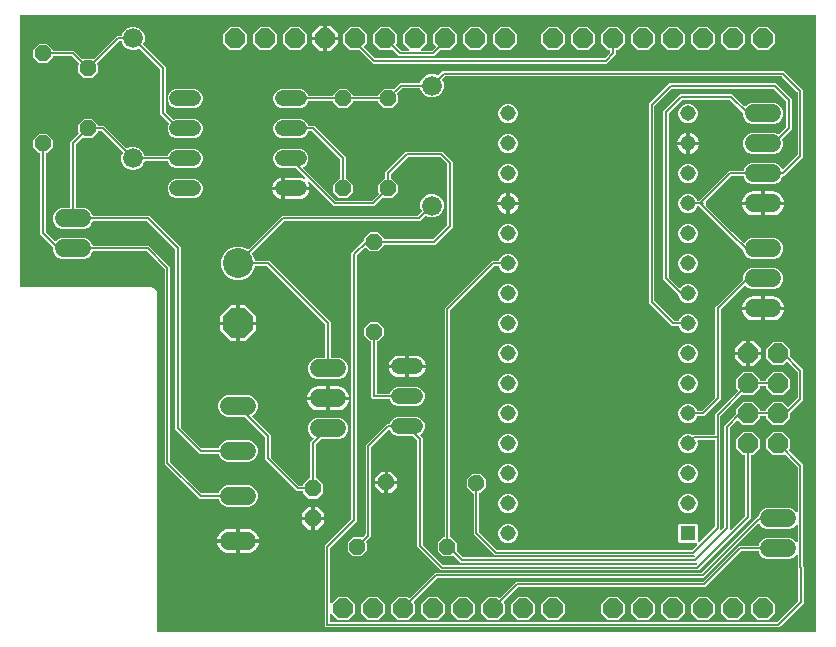
<source format=gbr>
G04 EAGLE Gerber RS-274X export*
G75*
%MOMM*%
%FSLAX34Y34*%
%LPD*%
%INTop Copper*%
%IPPOS*%
%AMOC8*
5,1,8,0,0,1.08239X$1,22.5*%
G01*
%ADD10P,1.429621X8X112.500000*%
%ADD11P,1.429621X8X292.500000*%
%ADD12C,1.676400*%
%ADD13C,1.320800*%
%ADD14C,1.524000*%
%ADD15P,1.539592X8X292.500000*%
%ADD16C,2.540000*%
%ADD17P,2.749271X8X292.500000*%
%ADD18P,1.814519X8X112.500000*%
%ADD19P,1.429621X8X202.500000*%
%ADD20P,1.429621X8X382.000000*%
%ADD21P,1.814519X8X22.500000*%
%ADD22R,1.308000X1.308000*%
%ADD23C,1.308000*%
%ADD24C,0.152400*%

G36*
X679216Y5846D02*
X679216Y5846D01*
X679235Y5844D01*
X679337Y5866D01*
X679439Y5882D01*
X679456Y5892D01*
X679476Y5896D01*
X679565Y5949D01*
X679656Y5998D01*
X679670Y6012D01*
X679687Y6022D01*
X679754Y6101D01*
X679826Y6176D01*
X679834Y6194D01*
X679847Y6209D01*
X679886Y6305D01*
X679929Y6399D01*
X679931Y6419D01*
X679939Y6437D01*
X679957Y6604D01*
X679957Y526796D01*
X679954Y526816D01*
X679956Y526835D01*
X679934Y526937D01*
X679918Y527039D01*
X679908Y527056D01*
X679904Y527076D01*
X679851Y527165D01*
X679802Y527256D01*
X679788Y527270D01*
X679778Y527287D01*
X679699Y527354D01*
X679624Y527426D01*
X679606Y527434D01*
X679591Y527447D01*
X679495Y527486D01*
X679401Y527529D01*
X679381Y527531D01*
X679363Y527539D01*
X679196Y527557D01*
X6604Y527557D01*
X6584Y527554D01*
X6565Y527556D01*
X6463Y527534D01*
X6361Y527518D01*
X6344Y527508D01*
X6324Y527504D01*
X6235Y527451D01*
X6144Y527402D01*
X6130Y527388D01*
X6113Y527378D01*
X6046Y527299D01*
X5974Y527224D01*
X5966Y527206D01*
X5953Y527191D01*
X5914Y527095D01*
X5871Y527001D01*
X5869Y526981D01*
X5861Y526963D01*
X5843Y526796D01*
X5843Y298704D01*
X5846Y298684D01*
X5844Y298665D01*
X5866Y298563D01*
X5882Y298461D01*
X5892Y298444D01*
X5896Y298424D01*
X5949Y298335D01*
X5998Y298244D01*
X6012Y298230D01*
X6022Y298213D01*
X6101Y298146D01*
X6176Y298074D01*
X6194Y298066D01*
X6209Y298053D01*
X6305Y298014D01*
X6399Y297971D01*
X6419Y297969D01*
X6437Y297961D01*
X6604Y297943D01*
X116986Y297943D01*
X119134Y297053D01*
X120777Y295410D01*
X121667Y293262D01*
X121667Y6604D01*
X121670Y6584D01*
X121668Y6565D01*
X121690Y6463D01*
X121706Y6361D01*
X121716Y6344D01*
X121720Y6324D01*
X121773Y6235D01*
X121822Y6144D01*
X121836Y6130D01*
X121846Y6113D01*
X121925Y6046D01*
X122000Y5974D01*
X122018Y5966D01*
X122033Y5953D01*
X122129Y5914D01*
X122223Y5871D01*
X122243Y5869D01*
X122261Y5861D01*
X122428Y5843D01*
X679196Y5843D01*
X679216Y5846D01*
G37*
%LPC*%
G36*
X265245Y9397D02*
X265245Y9397D01*
X263905Y10737D01*
X263905Y78671D01*
X286288Y101054D01*
X286341Y101128D01*
X286401Y101198D01*
X286413Y101228D01*
X286432Y101254D01*
X286459Y101341D01*
X286493Y101426D01*
X286497Y101467D01*
X286504Y101489D01*
X286503Y101521D01*
X286511Y101593D01*
X286511Y326321D01*
X288074Y327884D01*
X296956Y336766D01*
X297210Y337020D01*
X297263Y337094D01*
X297323Y337164D01*
X297335Y337194D01*
X297354Y337220D01*
X297381Y337307D01*
X297415Y337392D01*
X297419Y337433D01*
X297426Y337455D01*
X297425Y337487D01*
X297433Y337559D01*
X297433Y339409D01*
X302195Y344171D01*
X308929Y344171D01*
X313691Y339409D01*
X313691Y338836D01*
X313694Y338816D01*
X313692Y338797D01*
X313714Y338695D01*
X313730Y338593D01*
X313740Y338576D01*
X313744Y338556D01*
X313797Y338467D01*
X313846Y338376D01*
X313860Y338362D01*
X313870Y338345D01*
X313949Y338278D01*
X314024Y338206D01*
X314042Y338198D01*
X314057Y338185D01*
X314153Y338146D01*
X314247Y338103D01*
X314267Y338101D01*
X314285Y338093D01*
X314452Y338075D01*
X354845Y338075D01*
X354936Y338089D01*
X355026Y338097D01*
X355056Y338109D01*
X355088Y338114D01*
X355169Y338157D01*
X355253Y338193D01*
X355285Y338219D01*
X355306Y338230D01*
X355328Y338253D01*
X355384Y338298D01*
X367314Y350228D01*
X367367Y350302D01*
X367427Y350372D01*
X367439Y350402D01*
X367458Y350428D01*
X367485Y350515D01*
X367519Y350600D01*
X367523Y350641D01*
X367530Y350663D01*
X367529Y350695D01*
X367537Y350767D01*
X367537Y401581D01*
X367523Y401672D01*
X367515Y401762D01*
X367503Y401792D01*
X367498Y401824D01*
X367455Y401905D01*
X367419Y401989D01*
X367393Y402021D01*
X367382Y402042D01*
X367359Y402064D01*
X367314Y402120D01*
X361988Y407446D01*
X361914Y407499D01*
X361844Y407559D01*
X361814Y407571D01*
X361788Y407590D01*
X361701Y407617D01*
X361616Y407651D01*
X361575Y407655D01*
X361553Y407662D01*
X361521Y407661D01*
X361449Y407669D01*
X335019Y407669D01*
X334928Y407655D01*
X334838Y407647D01*
X334808Y407635D01*
X334776Y407630D01*
X334695Y407587D01*
X334611Y407551D01*
X334579Y407525D01*
X334558Y407514D01*
X334536Y407491D01*
X334480Y407446D01*
X320010Y392976D01*
X319957Y392902D01*
X319897Y392832D01*
X319885Y392802D01*
X319866Y392776D01*
X319839Y392689D01*
X319805Y392604D01*
X319801Y392563D01*
X319794Y392541D01*
X319795Y392509D01*
X319787Y392437D01*
X319787Y389890D01*
X319790Y389870D01*
X319788Y389851D01*
X319810Y389749D01*
X319826Y389647D01*
X319836Y389630D01*
X319840Y389610D01*
X319893Y389521D01*
X319942Y389430D01*
X319956Y389416D01*
X319966Y389399D01*
X320045Y389332D01*
X320120Y389260D01*
X320138Y389252D01*
X320153Y389239D01*
X320249Y389200D01*
X320343Y389157D01*
X320363Y389155D01*
X320381Y389147D01*
X320548Y389129D01*
X320867Y389129D01*
X325629Y384367D01*
X325629Y377633D01*
X320867Y372871D01*
X314133Y372871D01*
X313907Y373097D01*
X313891Y373109D01*
X313879Y373124D01*
X313792Y373180D01*
X313708Y373240D01*
X313689Y373246D01*
X313672Y373257D01*
X313571Y373282D01*
X313473Y373313D01*
X313453Y373312D01*
X313433Y373317D01*
X313330Y373309D01*
X313227Y373306D01*
X313208Y373300D01*
X313188Y373298D01*
X313093Y373258D01*
X312996Y373222D01*
X312980Y373209D01*
X312962Y373202D01*
X312831Y373097D01*
X307310Y367576D01*
X305747Y366013D01*
X271341Y366013D01*
X269778Y367576D01*
X251126Y386228D01*
X251047Y386285D01*
X250972Y386347D01*
X250947Y386357D01*
X250926Y386372D01*
X250833Y386400D01*
X250742Y386435D01*
X250716Y386437D01*
X250691Y386444D01*
X250594Y386442D01*
X250496Y386446D01*
X250471Y386439D01*
X250445Y386438D01*
X250354Y386404D01*
X250260Y386377D01*
X250239Y386362D01*
X250214Y386353D01*
X250138Y386293D01*
X250058Y386237D01*
X250042Y386216D01*
X250022Y386200D01*
X249969Y386118D01*
X249911Y386040D01*
X249903Y386015D01*
X249889Y385993D01*
X249865Y385898D01*
X249835Y385806D01*
X249835Y385780D01*
X249829Y385754D01*
X249837Y385657D01*
X249837Y385560D01*
X249847Y385528D01*
X249848Y385509D01*
X249861Y385479D01*
X249884Y385399D01*
X250601Y383667D01*
X250829Y382523D01*
X230123Y382523D01*
X230123Y390145D01*
X242709Y390145D01*
X244475Y389793D01*
X246207Y389076D01*
X246302Y389054D01*
X246395Y389025D01*
X246421Y389026D01*
X246446Y389020D01*
X246543Y389029D01*
X246640Y389032D01*
X246665Y389041D01*
X246691Y389043D01*
X246780Y389083D01*
X246871Y389116D01*
X246892Y389132D01*
X246916Y389143D01*
X246988Y389209D01*
X247064Y389270D01*
X247078Y389292D01*
X247097Y389310D01*
X247144Y389395D01*
X247197Y389477D01*
X247203Y389502D01*
X247216Y389525D01*
X247233Y389621D01*
X247257Y389715D01*
X247255Y389741D01*
X247259Y389767D01*
X247245Y389864D01*
X247237Y389960D01*
X247227Y389984D01*
X247223Y390010D01*
X247179Y390097D01*
X247141Y390187D01*
X247121Y390212D01*
X247112Y390230D01*
X247088Y390253D01*
X247036Y390318D01*
X239306Y398048D01*
X239232Y398101D01*
X239162Y398161D01*
X239132Y398173D01*
X239106Y398192D01*
X239019Y398219D01*
X238934Y398253D01*
X238893Y398257D01*
X238871Y398264D01*
X238839Y398263D01*
X238767Y398271D01*
X226983Y398271D01*
X223995Y399509D01*
X221709Y401795D01*
X220471Y404783D01*
X220471Y408017D01*
X221709Y411005D01*
X223995Y413291D01*
X226983Y414529D01*
X243425Y414529D01*
X246413Y413291D01*
X248699Y411005D01*
X249937Y408017D01*
X249937Y404783D01*
X248699Y401795D01*
X246413Y399509D01*
X245981Y399330D01*
X245942Y399306D01*
X245898Y399290D01*
X245838Y399241D01*
X245772Y399200D01*
X245742Y399165D01*
X245706Y399136D01*
X245664Y399071D01*
X245615Y399011D01*
X245598Y398968D01*
X245573Y398929D01*
X245554Y398854D01*
X245527Y398781D01*
X245525Y398735D01*
X245513Y398691D01*
X245519Y398613D01*
X245516Y398535D01*
X245529Y398491D01*
X245533Y398446D01*
X245563Y398374D01*
X245585Y398299D01*
X245611Y398261D01*
X245629Y398219D01*
X245714Y398112D01*
X245725Y398097D01*
X245729Y398094D01*
X245734Y398088D01*
X273012Y370810D01*
X273086Y370757D01*
X273156Y370697D01*
X273186Y370685D01*
X273212Y370666D01*
X273299Y370639D01*
X273384Y370605D01*
X273425Y370601D01*
X273447Y370594D01*
X273479Y370595D01*
X273551Y370587D01*
X303537Y370587D01*
X303628Y370601D01*
X303718Y370609D01*
X303748Y370621D01*
X303780Y370626D01*
X303861Y370669D01*
X303945Y370705D01*
X303977Y370731D01*
X303998Y370742D01*
X304020Y370765D01*
X304076Y370810D01*
X309597Y376331D01*
X309609Y376347D01*
X309624Y376359D01*
X309680Y376447D01*
X309740Y376531D01*
X309746Y376550D01*
X309757Y376566D01*
X309782Y376667D01*
X309813Y376766D01*
X309812Y376786D01*
X309817Y376805D01*
X309809Y376908D01*
X309806Y377011D01*
X309800Y377030D01*
X309798Y377050D01*
X309758Y377145D01*
X309722Y377243D01*
X309709Y377258D01*
X309702Y377276D01*
X309597Y377407D01*
X309371Y377633D01*
X309371Y384367D01*
X314133Y389129D01*
X314452Y389129D01*
X314472Y389132D01*
X314491Y389130D01*
X314593Y389152D01*
X314695Y389168D01*
X314712Y389178D01*
X314732Y389182D01*
X314821Y389235D01*
X314912Y389284D01*
X314926Y389298D01*
X314943Y389308D01*
X315010Y389387D01*
X315082Y389462D01*
X315090Y389480D01*
X315103Y389495D01*
X315142Y389591D01*
X315185Y389685D01*
X315187Y389705D01*
X315195Y389723D01*
X315213Y389890D01*
X315213Y394647D01*
X332809Y412243D01*
X363659Y412243D01*
X372111Y403791D01*
X372111Y348557D01*
X357055Y333501D01*
X314452Y333501D01*
X314432Y333498D01*
X314413Y333500D01*
X314311Y333478D01*
X314209Y333462D01*
X314192Y333452D01*
X314172Y333448D01*
X314083Y333395D01*
X313992Y333346D01*
X313978Y333332D01*
X313961Y333322D01*
X313894Y333243D01*
X313822Y333168D01*
X313814Y333150D01*
X313801Y333135D01*
X313762Y333039D01*
X313719Y332945D01*
X313717Y332925D01*
X313709Y332907D01*
X313691Y332740D01*
X313691Y332675D01*
X308929Y327913D01*
X302195Y327913D01*
X298921Y331187D01*
X298905Y331199D01*
X298893Y331214D01*
X298806Y331270D01*
X298722Y331330D01*
X298703Y331336D01*
X298686Y331347D01*
X298585Y331372D01*
X298487Y331403D01*
X298467Y331402D01*
X298447Y331407D01*
X298344Y331399D01*
X298241Y331396D01*
X298222Y331390D01*
X298202Y331388D01*
X298107Y331348D01*
X298010Y331312D01*
X297994Y331299D01*
X297976Y331292D01*
X297845Y331187D01*
X291308Y324650D01*
X291255Y324576D01*
X291195Y324506D01*
X291183Y324476D01*
X291164Y324450D01*
X291137Y324363D01*
X291103Y324278D01*
X291099Y324237D01*
X291092Y324215D01*
X291093Y324183D01*
X291085Y324112D01*
X291085Y99383D01*
X268702Y77000D01*
X268649Y76926D01*
X268589Y76856D01*
X268577Y76826D01*
X268558Y76800D01*
X268531Y76713D01*
X268497Y76628D01*
X268493Y76587D01*
X268486Y76565D01*
X268487Y76533D01*
X268479Y76461D01*
X268479Y30327D01*
X268490Y30256D01*
X268492Y30184D01*
X268510Y30135D01*
X268518Y30084D01*
X268552Y30021D01*
X268577Y29953D01*
X268609Y29913D01*
X268634Y29867D01*
X268686Y29817D01*
X268730Y29761D01*
X268774Y29733D01*
X268812Y29697D01*
X268877Y29667D01*
X268937Y29628D01*
X268988Y29616D01*
X269035Y29594D01*
X269106Y29586D01*
X269176Y29568D01*
X269228Y29572D01*
X269279Y29567D01*
X269350Y29582D01*
X269421Y29587D01*
X269469Y29608D01*
X269520Y29619D01*
X269581Y29656D01*
X269647Y29684D01*
X269703Y29728D01*
X269731Y29745D01*
X269746Y29763D01*
X269778Y29788D01*
X275296Y35307D01*
X283504Y35307D01*
X289307Y29504D01*
X289307Y21296D01*
X283504Y15493D01*
X275296Y15493D01*
X269778Y21012D01*
X269720Y21053D01*
X269668Y21103D01*
X269621Y21125D01*
X269579Y21155D01*
X269510Y21176D01*
X269445Y21206D01*
X269393Y21212D01*
X269343Y21227D01*
X269272Y21226D01*
X269201Y21233D01*
X269150Y21222D01*
X269098Y21221D01*
X269030Y21196D01*
X268960Y21181D01*
X268915Y21154D01*
X268867Y21137D01*
X268811Y21092D01*
X268749Y21055D01*
X268715Y21015D01*
X268675Y20983D01*
X268636Y20923D01*
X268589Y20868D01*
X268570Y20820D01*
X268542Y20776D01*
X268524Y20707D01*
X268497Y20640D01*
X268489Y20569D01*
X268481Y20537D01*
X268483Y20514D01*
X268479Y20473D01*
X268479Y14732D01*
X268482Y14712D01*
X268480Y14693D01*
X268502Y14591D01*
X268518Y14489D01*
X268528Y14472D01*
X268532Y14452D01*
X268585Y14363D01*
X268634Y14272D01*
X268648Y14258D01*
X268658Y14241D01*
X268737Y14174D01*
X268812Y14102D01*
X268830Y14094D01*
X268845Y14081D01*
X268941Y14042D01*
X269035Y13999D01*
X269055Y13997D01*
X269073Y13989D01*
X269240Y13971D01*
X646438Y13971D01*
X646528Y13985D01*
X646619Y13993D01*
X646648Y14005D01*
X646680Y14010D01*
X646761Y14053D01*
X646845Y14089D01*
X646877Y14115D01*
X646898Y14126D01*
X646920Y14149D01*
X646976Y14194D01*
X664748Y31966D01*
X664793Y32028D01*
X664822Y32058D01*
X664827Y32070D01*
X664861Y32110D01*
X664873Y32140D01*
X664892Y32166D01*
X664919Y32253D01*
X664953Y32338D01*
X664957Y32379D01*
X664964Y32401D01*
X664963Y32433D01*
X664971Y32504D01*
X664971Y58173D01*
X664957Y58264D01*
X664949Y58354D01*
X664937Y58384D01*
X664932Y58416D01*
X664889Y58497D01*
X664853Y58581D01*
X664827Y58613D01*
X664816Y58634D01*
X664793Y58656D01*
X664748Y58712D01*
X664209Y59251D01*
X664209Y70319D01*
X664198Y70390D01*
X664196Y70461D01*
X664178Y70510D01*
X664170Y70562D01*
X664136Y70625D01*
X664111Y70692D01*
X664079Y70733D01*
X664054Y70779D01*
X664002Y70828D01*
X663958Y70884D01*
X663914Y70913D01*
X663876Y70948D01*
X663811Y70979D01*
X663751Y71017D01*
X663700Y71030D01*
X663653Y71052D01*
X663582Y71060D01*
X663512Y71077D01*
X663460Y71073D01*
X663409Y71079D01*
X663338Y71064D01*
X663267Y71058D01*
X663219Y71038D01*
X663168Y71027D01*
X663107Y70990D01*
X663041Y70962D01*
X662985Y70917D01*
X662957Y70901D01*
X662942Y70883D01*
X662910Y70857D01*
X660500Y68447D01*
X657139Y67055D01*
X638261Y67055D01*
X634900Y68447D01*
X632327Y71020D01*
X631324Y73443D01*
X631262Y73543D01*
X631202Y73643D01*
X631197Y73647D01*
X631194Y73652D01*
X631104Y73727D01*
X631015Y73803D01*
X631009Y73805D01*
X631005Y73809D01*
X630896Y73851D01*
X630787Y73895D01*
X630780Y73896D01*
X630775Y73897D01*
X630757Y73898D01*
X630620Y73913D01*
X616705Y73913D01*
X616614Y73899D01*
X616524Y73891D01*
X616494Y73879D01*
X616462Y73874D01*
X616381Y73831D01*
X616297Y73795D01*
X616265Y73769D01*
X616244Y73758D01*
X616222Y73735D01*
X616166Y73690D01*
X585909Y43433D01*
X427983Y43433D01*
X427892Y43419D01*
X427802Y43411D01*
X427772Y43399D01*
X427740Y43394D01*
X427659Y43351D01*
X427575Y43315D01*
X427543Y43289D01*
X427522Y43278D01*
X427500Y43255D01*
X427444Y43210D01*
X415560Y31326D01*
X415549Y31310D01*
X415533Y31298D01*
X415477Y31211D01*
X415417Y31127D01*
X415411Y31108D01*
X415400Y31091D01*
X415375Y30990D01*
X415344Y30892D01*
X415345Y30872D01*
X415340Y30852D01*
X415348Y30749D01*
X415351Y30646D01*
X415358Y30627D01*
X415359Y30607D01*
X415400Y30512D01*
X415435Y30415D01*
X415448Y30399D01*
X415456Y30381D01*
X415560Y30250D01*
X416307Y29504D01*
X416307Y21296D01*
X410504Y15493D01*
X402296Y15493D01*
X396493Y21296D01*
X396493Y29504D01*
X402296Y35307D01*
X410504Y35307D01*
X411250Y34560D01*
X411266Y34549D01*
X411279Y34533D01*
X411366Y34477D01*
X411450Y34417D01*
X411469Y34411D01*
X411485Y34400D01*
X411586Y34375D01*
X411685Y34344D01*
X411705Y34345D01*
X411724Y34340D01*
X411827Y34348D01*
X411931Y34351D01*
X411949Y34358D01*
X411969Y34359D01*
X412064Y34400D01*
X412162Y34435D01*
X412177Y34448D01*
X412195Y34456D01*
X412326Y34560D01*
X425773Y48007D01*
X583699Y48007D01*
X583790Y48021D01*
X583880Y48029D01*
X583910Y48041D01*
X583942Y48046D01*
X584023Y48089D01*
X584107Y48125D01*
X584139Y48151D01*
X584160Y48162D01*
X584182Y48185D01*
X584238Y48230D01*
X614495Y78487D01*
X630620Y78487D01*
X630735Y78506D01*
X630851Y78523D01*
X630857Y78525D01*
X630863Y78526D01*
X630966Y78581D01*
X631071Y78634D01*
X631075Y78639D01*
X631080Y78642D01*
X631160Y78726D01*
X631243Y78810D01*
X631246Y78816D01*
X631250Y78820D01*
X631258Y78837D01*
X631324Y78957D01*
X632327Y81380D01*
X634900Y83953D01*
X638261Y85345D01*
X657139Y85345D01*
X660500Y83953D01*
X662910Y81543D01*
X662968Y81501D01*
X663020Y81452D01*
X663067Y81430D01*
X663109Y81399D01*
X663178Y81378D01*
X663243Y81348D01*
X663295Y81342D01*
X663345Y81327D01*
X663416Y81329D01*
X663487Y81321D01*
X663538Y81332D01*
X663590Y81333D01*
X663658Y81358D01*
X663728Y81373D01*
X663773Y81400D01*
X663821Y81418D01*
X663877Y81463D01*
X663939Y81499D01*
X663973Y81539D01*
X664013Y81571D01*
X664052Y81632D01*
X664099Y81686D01*
X664118Y81735D01*
X664146Y81778D01*
X664164Y81848D01*
X664191Y81914D01*
X664199Y81986D01*
X664207Y82017D01*
X664205Y82040D01*
X664209Y82081D01*
X664209Y95719D01*
X664198Y95790D01*
X664196Y95861D01*
X664178Y95910D01*
X664170Y95962D01*
X664136Y96025D01*
X664111Y96092D01*
X664079Y96133D01*
X664054Y96179D01*
X664002Y96228D01*
X663958Y96284D01*
X663914Y96313D01*
X663876Y96348D01*
X663811Y96379D01*
X663751Y96417D01*
X663700Y96430D01*
X663653Y96452D01*
X663582Y96460D01*
X663512Y96477D01*
X663460Y96473D01*
X663409Y96479D01*
X663338Y96464D01*
X663267Y96458D01*
X663219Y96438D01*
X663168Y96427D01*
X663107Y96390D01*
X663041Y96362D01*
X662985Y96317D01*
X662957Y96301D01*
X662942Y96283D01*
X662910Y96257D01*
X660500Y93847D01*
X657139Y92455D01*
X638261Y92455D01*
X634900Y93847D01*
X632327Y96420D01*
X632106Y96954D01*
X632082Y96993D01*
X632067Y97036D01*
X632018Y97096D01*
X631977Y97163D01*
X631942Y97192D01*
X631913Y97228D01*
X631847Y97270D01*
X631787Y97319D01*
X631745Y97336D01*
X631706Y97361D01*
X631630Y97380D01*
X631558Y97408D01*
X631512Y97410D01*
X631467Y97421D01*
X631390Y97415D01*
X631312Y97418D01*
X631268Y97405D01*
X631222Y97402D01*
X631151Y97371D01*
X631076Y97349D01*
X631038Y97323D01*
X630996Y97305D01*
X630889Y97220D01*
X630874Y97209D01*
X630871Y97205D01*
X630865Y97201D01*
X586280Y52616D01*
X584718Y51053D01*
X359402Y51053D01*
X359312Y51039D01*
X359221Y51031D01*
X359192Y51019D01*
X359160Y51014D01*
X359079Y50971D01*
X358995Y50935D01*
X358963Y50909D01*
X358942Y50898D01*
X358920Y50875D01*
X358864Y50830D01*
X339360Y31326D01*
X339349Y31310D01*
X339333Y31298D01*
X339277Y31210D01*
X339217Y31127D01*
X339211Y31108D01*
X339200Y31091D01*
X339175Y30990D01*
X339144Y30892D01*
X339145Y30872D01*
X339140Y30852D01*
X339148Y30749D01*
X339151Y30646D01*
X339158Y30627D01*
X339159Y30607D01*
X339200Y30512D01*
X339235Y30415D01*
X339248Y30399D01*
X339256Y30381D01*
X339360Y30250D01*
X340107Y29504D01*
X340107Y21296D01*
X334304Y15493D01*
X326096Y15493D01*
X320293Y21296D01*
X320293Y29504D01*
X326096Y35307D01*
X334304Y35307D01*
X335050Y34560D01*
X335066Y34549D01*
X335079Y34533D01*
X335166Y34477D01*
X335250Y34417D01*
X335269Y34411D01*
X335285Y34400D01*
X335386Y34375D01*
X335485Y34344D01*
X335505Y34345D01*
X335524Y34340D01*
X335627Y34348D01*
X335731Y34351D01*
X335749Y34358D01*
X335769Y34359D01*
X335864Y34400D01*
X335962Y34435D01*
X335977Y34448D01*
X335995Y34456D01*
X336126Y34560D01*
X355630Y54064D01*
X357193Y55627D01*
X582508Y55627D01*
X582598Y55641D01*
X582689Y55649D01*
X582719Y55661D01*
X582751Y55666D01*
X582831Y55709D01*
X582915Y55745D01*
X582947Y55771D01*
X582968Y55782D01*
X582990Y55805D01*
X583046Y55850D01*
X631052Y103856D01*
X631087Y103904D01*
X631138Y103956D01*
X631141Y103962D01*
X631145Y103966D01*
X631152Y103983D01*
X631182Y104036D01*
X631196Y104055D01*
X631200Y104069D01*
X631218Y104103D01*
X632327Y106780D01*
X634900Y109353D01*
X638261Y110745D01*
X657139Y110745D01*
X660500Y109353D01*
X662910Y106943D01*
X662968Y106901D01*
X663020Y106852D01*
X663067Y106830D01*
X663109Y106799D01*
X663178Y106778D01*
X663243Y106748D01*
X663295Y106742D01*
X663345Y106727D01*
X663416Y106729D01*
X663487Y106721D01*
X663538Y106732D01*
X663590Y106733D01*
X663658Y106758D01*
X663728Y106773D01*
X663773Y106800D01*
X663821Y106818D01*
X663877Y106863D01*
X663939Y106899D01*
X663973Y106939D01*
X664013Y106971D01*
X664052Y107032D01*
X664099Y107086D01*
X664118Y107135D01*
X664146Y107178D01*
X664164Y107248D01*
X664191Y107314D01*
X664199Y107386D01*
X664207Y107417D01*
X664205Y107440D01*
X664209Y107481D01*
X664209Y145041D01*
X664195Y145132D01*
X664187Y145222D01*
X664175Y145252D01*
X664170Y145284D01*
X664127Y145365D01*
X664091Y145449D01*
X664065Y145481D01*
X664054Y145502D01*
X664031Y145524D01*
X663986Y145580D01*
X653626Y155940D01*
X653610Y155951D01*
X653598Y155967D01*
X653511Y156023D01*
X653427Y156083D01*
X653408Y156089D01*
X653391Y156100D01*
X653290Y156125D01*
X653192Y156156D01*
X653172Y156155D01*
X653152Y156160D01*
X653049Y156152D01*
X652946Y156149D01*
X652927Y156142D01*
X652907Y156141D01*
X652812Y156100D01*
X652715Y156065D01*
X652699Y156052D01*
X652681Y156044D01*
X652550Y155940D01*
X651804Y155193D01*
X643596Y155193D01*
X637793Y160996D01*
X637793Y169204D01*
X643596Y175007D01*
X651804Y175007D01*
X657607Y169204D01*
X657607Y160996D01*
X656860Y160250D01*
X656849Y160234D01*
X656833Y160222D01*
X656777Y160134D01*
X656717Y160050D01*
X656711Y160031D01*
X656700Y160015D01*
X656675Y159914D01*
X656644Y159815D01*
X656645Y159795D01*
X656640Y159776D01*
X656648Y159673D01*
X656651Y159569D01*
X656658Y159551D01*
X656659Y159531D01*
X656700Y159436D01*
X656735Y159338D01*
X656748Y159323D01*
X656756Y159305D01*
X656860Y159174D01*
X668783Y147251D01*
X668783Y61461D01*
X668797Y61370D01*
X668805Y61280D01*
X668817Y61250D01*
X668822Y61218D01*
X668865Y61137D01*
X668901Y61053D01*
X668927Y61021D01*
X668938Y61000D01*
X668961Y60978D01*
X669006Y60922D01*
X669545Y60383D01*
X669545Y30295D01*
X667982Y28732D01*
X650210Y10960D01*
X648647Y9397D01*
X265245Y9397D01*
G37*
%LPD*%
%LPC*%
G36*
X362019Y57657D02*
X362019Y57657D01*
X342391Y77285D01*
X342391Y167393D01*
X342377Y167484D01*
X342369Y167574D01*
X342357Y167604D01*
X342352Y167636D01*
X342309Y167717D01*
X342273Y167801D01*
X342247Y167833D01*
X342236Y167854D01*
X342213Y167876D01*
X342168Y167932D01*
X338874Y171226D01*
X338800Y171279D01*
X338730Y171339D01*
X338700Y171351D01*
X338674Y171370D01*
X338587Y171397D01*
X338502Y171431D01*
X338461Y171435D01*
X338439Y171442D01*
X338407Y171441D01*
X338336Y171449D01*
X325535Y171449D01*
X322547Y172687D01*
X320261Y174973D01*
X319495Y176821D01*
X319433Y176921D01*
X319374Y177021D01*
X319369Y177025D01*
X319366Y177030D01*
X319275Y177105D01*
X319187Y177181D01*
X319181Y177183D01*
X319176Y177187D01*
X319068Y177229D01*
X318959Y177273D01*
X318951Y177274D01*
X318947Y177275D01*
X318928Y177276D01*
X318835Y177287D01*
X318827Y177289D01*
X318821Y177288D01*
X318792Y177291D01*
X318763Y177291D01*
X318723Y177285D01*
X318701Y177286D01*
X318668Y177276D01*
X318582Y177269D01*
X318552Y177257D01*
X318520Y177252D01*
X318439Y177209D01*
X318355Y177173D01*
X318323Y177147D01*
X318302Y177136D01*
X318280Y177113D01*
X318224Y177068D01*
X303246Y162090D01*
X303193Y162016D01*
X303133Y161946D01*
X303121Y161916D01*
X303102Y161890D01*
X303075Y161803D01*
X303041Y161718D01*
X303037Y161677D01*
X303030Y161655D01*
X303031Y161623D01*
X303023Y161551D01*
X303023Y86175D01*
X299241Y82393D01*
X299229Y82377D01*
X299214Y82365D01*
X299158Y82277D01*
X299098Y82193D01*
X299092Y82174D01*
X299081Y82158D01*
X299056Y82057D01*
X299025Y81958D01*
X299026Y81938D01*
X299021Y81919D01*
X299029Y81816D01*
X299032Y81713D01*
X299038Y81694D01*
X299040Y81674D01*
X299080Y81579D01*
X299116Y81481D01*
X299129Y81466D01*
X299136Y81448D01*
X299241Y81317D01*
X299467Y81091D01*
X299467Y74357D01*
X294705Y69595D01*
X287971Y69595D01*
X283209Y74357D01*
X283209Y81091D01*
X287971Y85853D01*
X294705Y85853D01*
X294931Y85627D01*
X294947Y85615D01*
X294959Y85600D01*
X295046Y85544D01*
X295130Y85484D01*
X295149Y85478D01*
X295166Y85467D01*
X295267Y85442D01*
X295365Y85411D01*
X295385Y85412D01*
X295405Y85407D01*
X295508Y85415D01*
X295611Y85418D01*
X295630Y85424D01*
X295650Y85426D01*
X295745Y85466D01*
X295842Y85502D01*
X295858Y85514D01*
X295876Y85522D01*
X296007Y85627D01*
X298226Y87846D01*
X298279Y87920D01*
X298339Y87990D01*
X298351Y88020D01*
X298370Y88046D01*
X298397Y88133D01*
X298431Y88218D01*
X298435Y88259D01*
X298442Y88281D01*
X298441Y88313D01*
X298449Y88385D01*
X298449Y163761D01*
X316553Y181865D01*
X318792Y181865D01*
X318907Y181884D01*
X319023Y181901D01*
X319029Y181903D01*
X319035Y181904D01*
X319137Y181959D01*
X319242Y182012D01*
X319247Y182017D01*
X319252Y182020D01*
X319332Y182104D01*
X319415Y182188D01*
X319418Y182194D01*
X319422Y182198D01*
X319429Y182215D01*
X319495Y182335D01*
X320261Y184183D01*
X322547Y186469D01*
X325535Y187707D01*
X341977Y187707D01*
X344965Y186469D01*
X347251Y184183D01*
X348489Y181195D01*
X348489Y177961D01*
X347251Y174973D01*
X344961Y172683D01*
X344949Y172667D01*
X344934Y172655D01*
X344878Y172568D01*
X344818Y172484D01*
X344812Y172465D01*
X344801Y172448D01*
X344776Y172348D01*
X344745Y172249D01*
X344746Y172229D01*
X344741Y172209D01*
X344749Y172106D01*
X344752Y172003D01*
X344758Y171984D01*
X344760Y171964D01*
X344800Y171869D01*
X344836Y171772D01*
X344849Y171756D01*
X344856Y171738D01*
X344961Y171607D01*
X345402Y171166D01*
X346965Y169603D01*
X346965Y79495D01*
X346980Y79404D01*
X346987Y79314D01*
X346999Y79284D01*
X347004Y79252D01*
X347047Y79171D01*
X347083Y79087D01*
X347109Y79055D01*
X347120Y79034D01*
X347143Y79012D01*
X347188Y78956D01*
X363690Y62454D01*
X363764Y62401D01*
X363834Y62341D01*
X363864Y62329D01*
X363890Y62310D01*
X363977Y62283D01*
X364062Y62249D01*
X364103Y62245D01*
X364125Y62238D01*
X364157Y62239D01*
X364229Y62231D01*
X578182Y62231D01*
X578272Y62245D01*
X578363Y62253D01*
X578393Y62265D01*
X578425Y62270D01*
X578506Y62313D01*
X578590Y62349D01*
X578622Y62375D01*
X578643Y62386D01*
X578665Y62409D01*
X578721Y62454D01*
X579229Y62962D01*
X579271Y63020D01*
X579320Y63072D01*
X579342Y63119D01*
X579372Y63161D01*
X579393Y63230D01*
X579424Y63295D01*
X579429Y63347D01*
X579445Y63397D01*
X579443Y63468D01*
X579451Y63539D01*
X579440Y63590D01*
X579438Y63642D01*
X579414Y63710D01*
X579399Y63780D01*
X579372Y63825D01*
X579354Y63873D01*
X579309Y63929D01*
X579272Y63991D01*
X579233Y64025D01*
X579200Y64065D01*
X579140Y64104D01*
X579085Y64151D01*
X579037Y64170D01*
X578993Y64198D01*
X578924Y64216D01*
X578857Y64243D01*
X578786Y64251D01*
X578755Y64259D01*
X578731Y64257D01*
X578691Y64261D01*
X379037Y64261D01*
X372842Y70456D01*
X372826Y70468D01*
X372814Y70483D01*
X372726Y70539D01*
X372642Y70599D01*
X372623Y70605D01*
X372607Y70616D01*
X372506Y70641D01*
X372407Y70672D01*
X372387Y70671D01*
X372368Y70676D01*
X372265Y70668D01*
X372162Y70665D01*
X372143Y70659D01*
X372123Y70657D01*
X372028Y70617D01*
X371930Y70581D01*
X371915Y70568D01*
X371897Y70561D01*
X371766Y70456D01*
X370905Y69595D01*
X364171Y69595D01*
X359409Y74357D01*
X359409Y81091D01*
X364171Y85853D01*
X364744Y85853D01*
X364764Y85856D01*
X364783Y85854D01*
X364885Y85876D01*
X364987Y85892D01*
X365004Y85902D01*
X365024Y85906D01*
X365113Y85959D01*
X365204Y86008D01*
X365218Y86022D01*
X365235Y86032D01*
X365302Y86111D01*
X365374Y86186D01*
X365382Y86204D01*
X365395Y86219D01*
X365434Y86315D01*
X365477Y86409D01*
X365479Y86429D01*
X365487Y86447D01*
X365505Y86614D01*
X365505Y279585D01*
X405707Y319787D01*
X410809Y319787D01*
X410924Y319806D01*
X411040Y319823D01*
X411046Y319825D01*
X411052Y319826D01*
X411155Y319881D01*
X411260Y319934D01*
X411264Y319939D01*
X411269Y319942D01*
X411349Y320026D01*
X411432Y320110D01*
X411435Y320116D01*
X411439Y320120D01*
X411447Y320137D01*
X411513Y320257D01*
X412263Y322068D01*
X414532Y324337D01*
X417496Y325565D01*
X420704Y325565D01*
X423668Y324337D01*
X425937Y322068D01*
X427165Y319104D01*
X427165Y315896D01*
X425937Y312932D01*
X423668Y310663D01*
X420704Y309435D01*
X417496Y309435D01*
X414532Y310663D01*
X412263Y312932D01*
X411513Y314743D01*
X411451Y314843D01*
X411391Y314943D01*
X411386Y314947D01*
X411383Y314952D01*
X411293Y315027D01*
X411204Y315103D01*
X411198Y315105D01*
X411194Y315109D01*
X411085Y315151D01*
X410976Y315195D01*
X410969Y315196D01*
X410964Y315197D01*
X410946Y315198D01*
X410809Y315213D01*
X407917Y315213D01*
X407826Y315199D01*
X407736Y315191D01*
X407706Y315179D01*
X407674Y315174D01*
X407593Y315131D01*
X407509Y315095D01*
X407477Y315069D01*
X407456Y315058D01*
X407434Y315035D01*
X407378Y314990D01*
X370302Y277914D01*
X370249Y277840D01*
X370189Y277770D01*
X370177Y277740D01*
X370158Y277714D01*
X370131Y277627D01*
X370097Y277542D01*
X370093Y277501D01*
X370086Y277479D01*
X370087Y277447D01*
X370079Y277375D01*
X370079Y86614D01*
X370082Y86594D01*
X370080Y86575D01*
X370102Y86473D01*
X370118Y86371D01*
X370128Y86354D01*
X370132Y86334D01*
X370185Y86245D01*
X370234Y86154D01*
X370248Y86140D01*
X370258Y86123D01*
X370337Y86056D01*
X370412Y85984D01*
X370430Y85976D01*
X370445Y85963D01*
X370541Y85924D01*
X370635Y85881D01*
X370655Y85879D01*
X370673Y85871D01*
X370840Y85853D01*
X370905Y85853D01*
X375667Y81091D01*
X375667Y74415D01*
X375681Y74324D01*
X375689Y74234D01*
X375701Y74204D01*
X375706Y74172D01*
X375749Y74091D01*
X375785Y74007D01*
X375811Y73975D01*
X375822Y73954D01*
X375845Y73932D01*
X375890Y73876D01*
X380708Y69058D01*
X380782Y69005D01*
X380852Y68945D01*
X380882Y68933D01*
X380908Y68914D01*
X380995Y68887D01*
X381080Y68853D01*
X381121Y68849D01*
X381143Y68842D01*
X381175Y68843D01*
X381247Y68835D01*
X576552Y68835D01*
X576643Y68850D01*
X576735Y68857D01*
X576772Y68871D01*
X576794Y68874D01*
X576794Y68875D01*
X576823Y68890D01*
X576892Y68915D01*
X576949Y68957D01*
X577012Y68990D01*
X577048Y69028D01*
X577091Y69059D01*
X577133Y69117D01*
X577181Y69168D01*
X577204Y69216D01*
X577234Y69259D01*
X577255Y69327D01*
X577285Y69391D01*
X577291Y69444D01*
X577306Y69495D01*
X577304Y69565D01*
X577312Y69635D01*
X577301Y69687D01*
X577299Y69741D01*
X577275Y69807D01*
X577260Y69876D01*
X577232Y69921D01*
X577214Y69971D01*
X577170Y70026D01*
X577133Y70087D01*
X577093Y70121D01*
X577060Y70163D01*
X577000Y70201D01*
X576947Y70247D01*
X576897Y70267D01*
X576852Y70295D01*
X576784Y70312D01*
X576718Y70339D01*
X576645Y70347D01*
X576614Y70355D01*
X576591Y70353D01*
X576552Y70357D01*
X408247Y70357D01*
X389888Y88716D01*
X389888Y122630D01*
X389885Y122646D01*
X389887Y122663D01*
X389865Y122767D01*
X389848Y122873D01*
X389840Y122887D01*
X389837Y122903D01*
X389783Y122996D01*
X389733Y123090D01*
X389721Y123101D01*
X389713Y123116D01*
X389632Y123186D01*
X389555Y123259D01*
X389540Y123266D01*
X389527Y123277D01*
X389429Y123318D01*
X389332Y123363D01*
X389315Y123365D01*
X389300Y123371D01*
X389133Y123391D01*
X388737Y123394D01*
X384017Y128198D01*
X384076Y134931D01*
X388879Y139651D01*
X395612Y139593D01*
X400332Y134789D01*
X400274Y128056D01*
X395470Y123336D01*
X395229Y123338D01*
X395206Y123334D01*
X395183Y123337D01*
X395085Y123316D01*
X394986Y123300D01*
X394965Y123290D01*
X394943Y123285D01*
X394857Y123233D01*
X394768Y123187D01*
X394751Y123170D01*
X394732Y123158D01*
X394666Y123082D01*
X394597Y123010D01*
X394587Y122989D01*
X394572Y122971D01*
X394534Y122878D01*
X394491Y122788D01*
X394488Y122765D01*
X394480Y122743D01*
X394461Y122577D01*
X394461Y90926D01*
X394476Y90836D01*
X394483Y90745D01*
X394496Y90715D01*
X394501Y90683D01*
X394544Y90603D01*
X394579Y90519D01*
X394605Y90487D01*
X394616Y90466D01*
X394639Y90444D01*
X394684Y90388D01*
X409918Y75154D01*
X409992Y75101D01*
X410062Y75041D01*
X410092Y75029D01*
X410118Y75010D01*
X410205Y74983D01*
X410290Y74949D01*
X410331Y74945D01*
X410353Y74938D01*
X410385Y74939D01*
X410457Y74931D01*
X574047Y74931D01*
X574138Y74945D01*
X574228Y74953D01*
X574258Y74965D01*
X574290Y74970D01*
X574371Y75013D01*
X574455Y75049D01*
X574487Y75075D01*
X574508Y75086D01*
X574530Y75109D01*
X574586Y75154D01*
X578968Y79536D01*
X579010Y79594D01*
X579059Y79646D01*
X579081Y79693D01*
X579111Y79735D01*
X579132Y79804D01*
X579163Y79869D01*
X579168Y79921D01*
X579184Y79971D01*
X579182Y80042D01*
X579190Y80113D01*
X579179Y80164D01*
X579177Y80216D01*
X579153Y80284D01*
X579138Y80354D01*
X579111Y80399D01*
X579093Y80447D01*
X579048Y80503D01*
X579011Y80565D01*
X578972Y80599D01*
X578939Y80639D01*
X578879Y80678D01*
X578824Y80725D01*
X578776Y80744D01*
X578732Y80772D01*
X578663Y80790D01*
X578596Y80817D01*
X578525Y80825D01*
X578494Y80833D01*
X578470Y80831D01*
X578430Y80835D01*
X564328Y80835D01*
X563435Y81728D01*
X563435Y96072D01*
X564328Y96965D01*
X578672Y96965D01*
X579565Y96072D01*
X579565Y81970D01*
X579576Y81900D01*
X579578Y81828D01*
X579596Y81779D01*
X579604Y81728D01*
X579638Y81664D01*
X579663Y81597D01*
X579695Y81556D01*
X579720Y81510D01*
X579772Y81461D01*
X579816Y81405D01*
X579860Y81377D01*
X579898Y81341D01*
X579963Y81311D01*
X580023Y81272D01*
X580074Y81259D01*
X580121Y81237D01*
X580192Y81229D01*
X580262Y81212D01*
X580314Y81216D01*
X580365Y81210D01*
X580436Y81225D01*
X580507Y81231D01*
X580555Y81251D01*
X580606Y81262D01*
X580667Y81299D01*
X580733Y81327D01*
X580789Y81372D01*
X580817Y81389D01*
X580832Y81406D01*
X580864Y81432D01*
X594009Y94577D01*
X594062Y94651D01*
X594122Y94721D01*
X594134Y94751D01*
X594153Y94777D01*
X594180Y94864D01*
X594214Y94949D01*
X594218Y94990D01*
X594225Y95012D01*
X594224Y95044D01*
X594232Y95116D01*
X594232Y167132D01*
X594229Y167152D01*
X594231Y167171D01*
X594209Y167273D01*
X594193Y167375D01*
X594183Y167392D01*
X594179Y167412D01*
X594126Y167501D01*
X594077Y167592D01*
X594063Y167606D01*
X594053Y167623D01*
X593974Y167690D01*
X593899Y167762D01*
X593881Y167770D01*
X593866Y167783D01*
X593770Y167822D01*
X593676Y167865D01*
X593656Y167867D01*
X593638Y167875D01*
X593471Y167893D01*
X580211Y167893D01*
X580166Y167886D01*
X580120Y167888D01*
X580045Y167866D01*
X579969Y167854D01*
X579928Y167832D01*
X579884Y167819D01*
X579820Y167775D01*
X579751Y167738D01*
X579720Y167705D01*
X579682Y167679D01*
X579636Y167616D01*
X579582Y167560D01*
X579563Y167518D01*
X579535Y167482D01*
X579511Y167408D01*
X579478Y167337D01*
X579473Y167291D01*
X579459Y167248D01*
X579460Y167170D01*
X579451Y167093D01*
X579461Y167048D01*
X579461Y167002D01*
X579500Y166871D01*
X579504Y166852D01*
X579506Y166848D01*
X579508Y166841D01*
X579565Y166704D01*
X579565Y163496D01*
X578337Y160532D01*
X576068Y158263D01*
X573104Y157035D01*
X569896Y157035D01*
X566932Y158263D01*
X564663Y160532D01*
X563435Y163496D01*
X563435Y166704D01*
X564663Y169668D01*
X566932Y171937D01*
X569896Y173165D01*
X573104Y173165D01*
X574916Y172414D01*
X575030Y172388D01*
X575143Y172359D01*
X575149Y172360D01*
X575155Y172358D01*
X575271Y172369D01*
X575388Y172378D01*
X575394Y172381D01*
X575400Y172381D01*
X575506Y172429D01*
X575596Y172467D01*
X593471Y172467D01*
X593491Y172470D01*
X593510Y172468D01*
X593612Y172490D01*
X593714Y172506D01*
X593731Y172516D01*
X593751Y172520D01*
X593840Y172573D01*
X593931Y172622D01*
X593945Y172636D01*
X593962Y172646D01*
X594029Y172725D01*
X594101Y172800D01*
X594109Y172818D01*
X594122Y172833D01*
X594161Y172929D01*
X594204Y173023D01*
X594206Y173043D01*
X594214Y173061D01*
X594232Y173228D01*
X594232Y190312D01*
X613517Y209596D01*
X613529Y209612D01*
X613544Y209625D01*
X613600Y209712D01*
X613660Y209796D01*
X613666Y209815D01*
X613677Y209832D01*
X613702Y209932D01*
X613733Y210031D01*
X613732Y210051D01*
X613737Y210070D01*
X613729Y210173D01*
X613726Y210277D01*
X613720Y210296D01*
X613718Y210316D01*
X613678Y210410D01*
X613642Y210508D01*
X613630Y210524D01*
X613622Y210542D01*
X613517Y210673D01*
X612393Y211796D01*
X612393Y220004D01*
X618196Y225807D01*
X626404Y225807D01*
X632207Y220004D01*
X632207Y218948D01*
X632210Y218928D01*
X632208Y218909D01*
X632230Y218807D01*
X632246Y218705D01*
X632256Y218688D01*
X632260Y218668D01*
X632313Y218579D01*
X632362Y218488D01*
X632376Y218474D01*
X632386Y218457D01*
X632465Y218390D01*
X632540Y218318D01*
X632558Y218310D01*
X632573Y218297D01*
X632669Y218258D01*
X632763Y218215D01*
X632783Y218213D01*
X632801Y218205D01*
X632968Y218187D01*
X637032Y218187D01*
X637052Y218190D01*
X637071Y218188D01*
X637173Y218210D01*
X637275Y218226D01*
X637292Y218236D01*
X637312Y218240D01*
X637401Y218293D01*
X637492Y218342D01*
X637506Y218356D01*
X637523Y218366D01*
X637590Y218445D01*
X637662Y218520D01*
X637670Y218538D01*
X637683Y218553D01*
X637722Y218649D01*
X637765Y218743D01*
X637767Y218763D01*
X637775Y218781D01*
X637793Y218948D01*
X637793Y220004D01*
X643596Y225807D01*
X651804Y225807D01*
X657607Y220004D01*
X657607Y211796D01*
X651804Y205993D01*
X643596Y205993D01*
X637793Y211796D01*
X637793Y212852D01*
X637790Y212872D01*
X637792Y212891D01*
X637770Y212993D01*
X637754Y213095D01*
X637744Y213112D01*
X637740Y213132D01*
X637687Y213221D01*
X637638Y213312D01*
X637624Y213326D01*
X637614Y213343D01*
X637535Y213410D01*
X637460Y213482D01*
X637442Y213490D01*
X637427Y213503D01*
X637331Y213542D01*
X637237Y213585D01*
X637217Y213587D01*
X637199Y213595D01*
X637032Y213613D01*
X632968Y213613D01*
X632948Y213610D01*
X632929Y213612D01*
X632827Y213590D01*
X632725Y213574D01*
X632708Y213564D01*
X632688Y213560D01*
X632599Y213507D01*
X632508Y213458D01*
X632494Y213444D01*
X632477Y213434D01*
X632410Y213355D01*
X632338Y213280D01*
X632330Y213262D01*
X632317Y213247D01*
X632278Y213151D01*
X632235Y213057D01*
X632233Y213037D01*
X632225Y213019D01*
X632207Y212852D01*
X632207Y211796D01*
X626404Y205993D01*
X618197Y205993D01*
X617827Y206362D01*
X617811Y206374D01*
X617799Y206390D01*
X617712Y206446D01*
X617628Y206506D01*
X617609Y206512D01*
X617592Y206523D01*
X617491Y206548D01*
X617393Y206578D01*
X617373Y206578D01*
X617353Y206583D01*
X617250Y206575D01*
X617147Y206572D01*
X617128Y206565D01*
X617108Y206563D01*
X617013Y206523D01*
X616916Y206487D01*
X616900Y206475D01*
X616882Y206467D01*
X616751Y206362D01*
X599029Y188640D01*
X598976Y188566D01*
X598916Y188497D01*
X598904Y188467D01*
X598885Y188440D01*
X598858Y188354D01*
X598824Y188269D01*
X598820Y188228D01*
X598813Y188205D01*
X598814Y188173D01*
X598806Y188102D01*
X598806Y92611D01*
X598808Y92597D01*
X598807Y92586D01*
X598817Y92537D01*
X598819Y92469D01*
X598837Y92420D01*
X598845Y92369D01*
X598879Y92305D01*
X598904Y92238D01*
X598936Y92197D01*
X598961Y92151D01*
X599013Y92102D01*
X599057Y92046D01*
X599101Y92018D01*
X599139Y91982D01*
X599204Y91952D01*
X599264Y91913D01*
X599315Y91900D01*
X599362Y91878D01*
X599433Y91870D01*
X599503Y91853D01*
X599555Y91857D01*
X599606Y91851D01*
X599677Y91866D01*
X599748Y91872D01*
X599796Y91892D01*
X599847Y91903D01*
X599908Y91940D01*
X599974Y91968D01*
X600030Y92013D01*
X600032Y92014D01*
X600041Y92019D01*
X600042Y92020D01*
X600058Y92030D01*
X600073Y92047D01*
X600105Y92073D01*
X602010Y93978D01*
X602063Y94052D01*
X602123Y94122D01*
X602135Y94152D01*
X602154Y94178D01*
X602181Y94265D01*
X602215Y94350D01*
X602219Y94391D01*
X602226Y94413D01*
X602225Y94445D01*
X602233Y94516D01*
X602233Y180271D01*
X612170Y190208D01*
X612223Y190282D01*
X612283Y190352D01*
X612295Y190382D01*
X612314Y190408D01*
X612341Y190495D01*
X612375Y190580D01*
X612379Y190621D01*
X612386Y190643D01*
X612385Y190675D01*
X612393Y190747D01*
X612393Y194604D01*
X618196Y200407D01*
X626404Y200407D01*
X632207Y194604D01*
X632207Y193548D01*
X632210Y193528D01*
X632208Y193509D01*
X632230Y193407D01*
X632246Y193305D01*
X632256Y193288D01*
X632260Y193268D01*
X632313Y193179D01*
X632362Y193088D01*
X632376Y193074D01*
X632386Y193057D01*
X632465Y192990D01*
X632540Y192918D01*
X632558Y192910D01*
X632573Y192897D01*
X632669Y192858D01*
X632763Y192815D01*
X632783Y192813D01*
X632801Y192805D01*
X632968Y192787D01*
X637032Y192787D01*
X637052Y192790D01*
X637071Y192788D01*
X637173Y192810D01*
X637275Y192826D01*
X637292Y192836D01*
X637312Y192840D01*
X637401Y192893D01*
X637492Y192942D01*
X637506Y192956D01*
X637523Y192966D01*
X637590Y193045D01*
X637662Y193120D01*
X637670Y193138D01*
X637683Y193153D01*
X637722Y193249D01*
X637765Y193343D01*
X637767Y193363D01*
X637775Y193381D01*
X637793Y193548D01*
X637793Y194604D01*
X643596Y200407D01*
X651804Y200407D01*
X655852Y196358D01*
X655868Y196347D01*
X655881Y196331D01*
X655954Y196284D01*
X655975Y196266D01*
X655988Y196261D01*
X656052Y196215D01*
X656071Y196209D01*
X656087Y196198D01*
X656188Y196173D01*
X656287Y196142D01*
X656307Y196143D01*
X656326Y196138D01*
X656429Y196146D01*
X656533Y196149D01*
X656551Y196156D01*
X656571Y196157D01*
X656666Y196198D01*
X656764Y196233D01*
X656779Y196246D01*
X656797Y196254D01*
X656864Y196307D01*
X656870Y196310D01*
X656877Y196317D01*
X656928Y196358D01*
X663986Y203416D01*
X664039Y203490D01*
X664099Y203560D01*
X664111Y203590D01*
X664130Y203616D01*
X664157Y203703D01*
X664191Y203788D01*
X664195Y203829D01*
X664202Y203851D01*
X664201Y203883D01*
X664209Y203955D01*
X664209Y225559D01*
X664195Y225650D01*
X664187Y225740D01*
X664175Y225770D01*
X664170Y225802D01*
X664127Y225883D01*
X664091Y225967D01*
X664065Y225999D01*
X664054Y226020D01*
X664031Y226042D01*
X663986Y226098D01*
X655785Y234299D01*
X655769Y234310D01*
X655757Y234326D01*
X655670Y234382D01*
X655586Y234442D01*
X655567Y234448D01*
X655550Y234459D01*
X655449Y234484D01*
X655351Y234515D01*
X655331Y234514D01*
X655311Y234519D01*
X655208Y234511D01*
X655105Y234508D01*
X655086Y234501D01*
X655066Y234500D01*
X654971Y234459D01*
X654874Y234424D01*
X654858Y234411D01*
X654840Y234403D01*
X654709Y234299D01*
X651804Y231393D01*
X643596Y231393D01*
X637793Y237196D01*
X637793Y245404D01*
X643596Y251207D01*
X651804Y251207D01*
X657607Y245404D01*
X657607Y239260D01*
X657621Y239170D01*
X657629Y239079D01*
X657641Y239050D01*
X657646Y239018D01*
X657689Y238937D01*
X657725Y238853D01*
X657751Y238821D01*
X657762Y238800D01*
X657785Y238778D01*
X657830Y238722D01*
X668783Y227769D01*
X668783Y201745D01*
X667220Y200182D01*
X657830Y190792D01*
X657777Y190718D01*
X657717Y190648D01*
X657705Y190618D01*
X657686Y190592D01*
X657659Y190505D01*
X657625Y190420D01*
X657621Y190379D01*
X657614Y190357D01*
X657615Y190325D01*
X657607Y190254D01*
X657607Y186396D01*
X651804Y180593D01*
X643596Y180593D01*
X637793Y186396D01*
X637793Y187452D01*
X637790Y187472D01*
X637792Y187491D01*
X637770Y187593D01*
X637754Y187695D01*
X637744Y187712D01*
X637740Y187732D01*
X637687Y187821D01*
X637638Y187912D01*
X637624Y187926D01*
X637614Y187943D01*
X637535Y188010D01*
X637460Y188082D01*
X637442Y188090D01*
X637427Y188103D01*
X637331Y188142D01*
X637237Y188185D01*
X637217Y188187D01*
X637199Y188195D01*
X637032Y188213D01*
X632968Y188213D01*
X632948Y188210D01*
X632929Y188212D01*
X632827Y188190D01*
X632725Y188174D01*
X632708Y188164D01*
X632688Y188160D01*
X632599Y188107D01*
X632508Y188058D01*
X632494Y188044D01*
X632477Y188034D01*
X632410Y187955D01*
X632338Y187880D01*
X632330Y187862D01*
X632317Y187847D01*
X632278Y187751D01*
X632235Y187657D01*
X632233Y187637D01*
X632225Y187619D01*
X632207Y187452D01*
X632207Y186396D01*
X626404Y180593D01*
X618196Y180593D01*
X614148Y184642D01*
X614132Y184653D01*
X614119Y184669D01*
X614032Y184725D01*
X613948Y184785D01*
X613929Y184791D01*
X613913Y184802D01*
X613812Y184827D01*
X613713Y184858D01*
X613693Y184857D01*
X613674Y184862D01*
X613571Y184854D01*
X613467Y184851D01*
X613449Y184844D01*
X613429Y184843D01*
X613334Y184802D01*
X613236Y184767D01*
X613221Y184754D01*
X613203Y184746D01*
X613072Y184642D01*
X607030Y178600D01*
X606977Y178526D01*
X606917Y178456D01*
X606905Y178426D01*
X606886Y178400D01*
X606859Y178313D01*
X606825Y178228D01*
X606821Y178187D01*
X606814Y178165D01*
X606815Y178133D01*
X606807Y178061D01*
X606807Y92377D01*
X606818Y92307D01*
X606820Y92235D01*
X606838Y92186D01*
X606846Y92135D01*
X606880Y92071D01*
X606905Y92004D01*
X606937Y91963D01*
X606962Y91917D01*
X607014Y91868D01*
X607058Y91812D01*
X607102Y91784D01*
X607140Y91748D01*
X607205Y91718D01*
X607265Y91679D01*
X607316Y91666D01*
X607363Y91644D01*
X607434Y91636D01*
X607504Y91619D01*
X607556Y91623D01*
X607607Y91617D01*
X607678Y91632D01*
X607749Y91638D01*
X607797Y91658D01*
X607848Y91669D01*
X607909Y91706D01*
X607975Y91734D01*
X608031Y91779D01*
X608059Y91796D01*
X608074Y91813D01*
X608106Y91839D01*
X619790Y103523D01*
X619835Y103585D01*
X619864Y103616D01*
X619869Y103628D01*
X619903Y103667D01*
X619915Y103697D01*
X619934Y103723D01*
X619961Y103810D01*
X619995Y103895D01*
X619999Y103936D01*
X620006Y103958D01*
X620005Y103990D01*
X620013Y104062D01*
X620013Y154432D01*
X620010Y154452D01*
X620012Y154471D01*
X619990Y154573D01*
X619974Y154675D01*
X619964Y154692D01*
X619960Y154712D01*
X619907Y154801D01*
X619858Y154892D01*
X619844Y154906D01*
X619834Y154923D01*
X619755Y154990D01*
X619680Y155062D01*
X619662Y155070D01*
X619647Y155083D01*
X619551Y155122D01*
X619457Y155165D01*
X619437Y155167D01*
X619419Y155175D01*
X619252Y155193D01*
X618196Y155193D01*
X612393Y160996D01*
X612393Y169204D01*
X618196Y175007D01*
X626404Y175007D01*
X632207Y169204D01*
X632207Y160996D01*
X626404Y155193D01*
X625348Y155193D01*
X625328Y155190D01*
X625309Y155192D01*
X625207Y155170D01*
X625105Y155154D01*
X625088Y155144D01*
X625068Y155140D01*
X624979Y155087D01*
X624888Y155038D01*
X624874Y155024D01*
X624857Y155014D01*
X624790Y154935D01*
X624718Y154860D01*
X624710Y154842D01*
X624697Y154827D01*
X624658Y154731D01*
X624615Y154637D01*
X624613Y154617D01*
X624605Y154599D01*
X624587Y154432D01*
X624587Y101852D01*
X580392Y57657D01*
X362019Y57657D01*
G37*
%LPD*%
%LPC*%
G36*
X625561Y321055D02*
X625561Y321055D01*
X622200Y322447D01*
X619627Y325020D01*
X618235Y328381D01*
X618235Y328683D01*
X618221Y328774D01*
X618213Y328864D01*
X618201Y328894D01*
X618196Y328926D01*
X618153Y329007D01*
X618117Y329091D01*
X618091Y329123D01*
X618080Y329144D01*
X618057Y329166D01*
X618012Y329222D01*
X608114Y339120D01*
X608040Y339173D01*
X607970Y339233D01*
X607940Y339245D01*
X607914Y339264D01*
X607827Y339291D01*
X607742Y339325D01*
X607701Y339329D01*
X607679Y339336D01*
X607647Y339335D01*
X607575Y339343D01*
X607383Y339343D01*
X580936Y365790D01*
X580862Y365843D01*
X580792Y365903D01*
X580762Y365915D01*
X580736Y365934D01*
X580649Y365961D01*
X580564Y365995D01*
X580523Y365999D01*
X580501Y366006D01*
X580469Y366005D01*
X580397Y366013D01*
X579791Y366013D01*
X579676Y365994D01*
X579560Y365977D01*
X579554Y365975D01*
X579548Y365974D01*
X579445Y365919D01*
X579340Y365866D01*
X579336Y365861D01*
X579331Y365858D01*
X579251Y365774D01*
X579168Y365690D01*
X579165Y365684D01*
X579161Y365680D01*
X579153Y365663D01*
X579087Y365543D01*
X578337Y363732D01*
X576068Y361463D01*
X573104Y360235D01*
X569896Y360235D01*
X566932Y361463D01*
X564663Y363732D01*
X563435Y366696D01*
X563435Y369904D01*
X564663Y372868D01*
X566932Y375137D01*
X569896Y376365D01*
X573104Y376365D01*
X576068Y375137D01*
X578337Y372868D01*
X579087Y371057D01*
X579149Y370957D01*
X579209Y370857D01*
X579214Y370853D01*
X579217Y370848D01*
X579307Y370773D01*
X579396Y370697D01*
X579402Y370695D01*
X579406Y370691D01*
X579515Y370649D01*
X579624Y370605D01*
X579631Y370604D01*
X579636Y370603D01*
X579654Y370602D01*
X579791Y370587D01*
X580397Y370587D01*
X580488Y370601D01*
X580578Y370609D01*
X580608Y370621D01*
X580640Y370626D01*
X580721Y370669D01*
X580805Y370705D01*
X580837Y370731D01*
X580858Y370742D01*
X580880Y370765D01*
X580936Y370810D01*
X606113Y395987D01*
X617920Y395987D01*
X618035Y396006D01*
X618151Y396023D01*
X618157Y396025D01*
X618163Y396026D01*
X618266Y396081D01*
X618371Y396134D01*
X618375Y396139D01*
X618380Y396142D01*
X618460Y396226D01*
X618543Y396310D01*
X618546Y396316D01*
X618550Y396320D01*
X618558Y396337D01*
X618624Y396457D01*
X619627Y398880D01*
X622200Y401453D01*
X625561Y402845D01*
X644439Y402845D01*
X647800Y401453D01*
X650373Y398880D01*
X650914Y397573D01*
X650938Y397534D01*
X650954Y397490D01*
X651003Y397430D01*
X651044Y397364D01*
X651079Y397334D01*
X651108Y397298D01*
X651173Y397256D01*
X651233Y397207D01*
X651276Y397190D01*
X651315Y397165D01*
X651390Y397146D01*
X651463Y397119D01*
X651509Y397117D01*
X651553Y397105D01*
X651631Y397111D01*
X651709Y397108D01*
X651753Y397121D01*
X651798Y397124D01*
X651870Y397155D01*
X651945Y397177D01*
X651983Y397203D01*
X652025Y397221D01*
X652096Y397278D01*
X652100Y397280D01*
X652104Y397285D01*
X652131Y397306D01*
X652147Y397317D01*
X652150Y397321D01*
X652156Y397326D01*
X663986Y409156D01*
X664039Y409230D01*
X664099Y409300D01*
X664111Y409330D01*
X664130Y409356D01*
X664157Y409443D01*
X664191Y409528D01*
X664195Y409569D01*
X664202Y409591D01*
X664201Y409623D01*
X664209Y409695D01*
X664209Y462541D01*
X664195Y462632D01*
X664187Y462722D01*
X664175Y462752D01*
X664170Y462784D01*
X664127Y462865D01*
X664091Y462949D01*
X664065Y462981D01*
X664054Y463002D01*
X664031Y463024D01*
X663986Y463080D01*
X651294Y475772D01*
X651220Y475825D01*
X651150Y475885D01*
X651120Y475897D01*
X651094Y475916D01*
X651007Y475943D01*
X650922Y475977D01*
X650881Y475981D01*
X650859Y475988D01*
X650827Y475987D01*
X650755Y475995D01*
X366007Y475995D01*
X365916Y475981D01*
X365826Y475973D01*
X365796Y475961D01*
X365764Y475956D01*
X365683Y475913D01*
X365599Y475877D01*
X365567Y475851D01*
X365546Y475840D01*
X365524Y475817D01*
X365468Y475772D01*
X363473Y473777D01*
X363430Y473717D01*
X363393Y473678D01*
X363379Y473647D01*
X363335Y473589D01*
X363333Y473583D01*
X363330Y473578D01*
X363297Y473470D01*
X363290Y473455D01*
X363288Y473445D01*
X363259Y473355D01*
X363259Y473348D01*
X363257Y473342D01*
X363260Y473226D01*
X363261Y473109D01*
X363263Y473102D01*
X363264Y473097D01*
X363270Y473079D01*
X363308Y472948D01*
X364491Y470093D01*
X364491Y466151D01*
X362983Y462510D01*
X360196Y459723D01*
X356555Y458215D01*
X352613Y458215D01*
X348972Y459723D01*
X346185Y462510D01*
X345003Y465365D01*
X344941Y465465D01*
X344881Y465565D01*
X344877Y465569D01*
X344873Y465574D01*
X344784Y465648D01*
X344694Y465725D01*
X344689Y465727D01*
X344684Y465731D01*
X344575Y465773D01*
X344466Y465817D01*
X344459Y465818D01*
X344454Y465819D01*
X344436Y465820D01*
X344300Y465835D01*
X329685Y465835D01*
X329594Y465821D01*
X329504Y465813D01*
X329474Y465801D01*
X329442Y465796D01*
X329361Y465753D01*
X329277Y465717D01*
X329245Y465691D01*
X329224Y465680D01*
X329202Y465657D01*
X329146Y465612D01*
X325403Y461869D01*
X325391Y461853D01*
X325376Y461841D01*
X325320Y461753D01*
X325260Y461669D01*
X325254Y461650D01*
X325243Y461634D01*
X325218Y461533D01*
X325187Y461434D01*
X325188Y461414D01*
X325183Y461395D01*
X325191Y461292D01*
X325194Y461189D01*
X325200Y461170D01*
X325202Y461150D01*
X325242Y461055D01*
X325278Y460957D01*
X325291Y460942D01*
X325298Y460924D01*
X325403Y460793D01*
X325629Y460567D01*
X325629Y453833D01*
X320867Y449071D01*
X314133Y449071D01*
X309371Y453833D01*
X309371Y454152D01*
X309368Y454172D01*
X309370Y454191D01*
X309348Y454293D01*
X309332Y454395D01*
X309322Y454412D01*
X309318Y454432D01*
X309265Y454521D01*
X309216Y454612D01*
X309202Y454626D01*
X309192Y454643D01*
X309113Y454710D01*
X309038Y454782D01*
X309020Y454790D01*
X309005Y454803D01*
X308909Y454842D01*
X308815Y454885D01*
X308795Y454887D01*
X308777Y454895D01*
X308610Y454913D01*
X288290Y454913D01*
X288270Y454910D01*
X288251Y454912D01*
X288149Y454890D01*
X288047Y454874D01*
X288030Y454864D01*
X288010Y454860D01*
X287921Y454807D01*
X287830Y454758D01*
X287816Y454744D01*
X287799Y454734D01*
X287732Y454655D01*
X287660Y454580D01*
X287652Y454562D01*
X287639Y454547D01*
X287600Y454451D01*
X287557Y454357D01*
X287555Y454337D01*
X287547Y454319D01*
X287529Y454152D01*
X287529Y453833D01*
X282767Y449071D01*
X276033Y449071D01*
X271271Y453833D01*
X271271Y454152D01*
X271268Y454172D01*
X271270Y454191D01*
X271248Y454293D01*
X271232Y454395D01*
X271222Y454412D01*
X271218Y454432D01*
X271165Y454521D01*
X271116Y454612D01*
X271102Y454626D01*
X271092Y454643D01*
X271013Y454710D01*
X270938Y454782D01*
X270920Y454790D01*
X270905Y454803D01*
X270809Y454842D01*
X270715Y454885D01*
X270695Y454887D01*
X270677Y454895D01*
X270510Y454913D01*
X250168Y454913D01*
X250053Y454894D01*
X249937Y454877D01*
X249931Y454875D01*
X249925Y454874D01*
X249823Y454819D01*
X249718Y454766D01*
X249713Y454761D01*
X249708Y454758D01*
X249628Y454674D01*
X249545Y454590D01*
X249542Y454584D01*
X249538Y454580D01*
X249531Y454563D01*
X249465Y454443D01*
X248699Y452595D01*
X246413Y450309D01*
X243425Y449071D01*
X226983Y449071D01*
X223995Y450309D01*
X221709Y452595D01*
X220471Y455583D01*
X220471Y458817D01*
X221709Y461805D01*
X223995Y464091D01*
X226983Y465329D01*
X243425Y465329D01*
X246413Y464091D01*
X248699Y461805D01*
X249465Y459957D01*
X249527Y459857D01*
X249586Y459757D01*
X249591Y459753D01*
X249594Y459748D01*
X249685Y459673D01*
X249773Y459597D01*
X249779Y459595D01*
X249784Y459591D01*
X249892Y459549D01*
X250001Y459505D01*
X250009Y459504D01*
X250013Y459503D01*
X250032Y459502D01*
X250168Y459487D01*
X270510Y459487D01*
X270530Y459490D01*
X270549Y459488D01*
X270651Y459510D01*
X270753Y459526D01*
X270770Y459536D01*
X270790Y459540D01*
X270879Y459593D01*
X270970Y459642D01*
X270984Y459656D01*
X271001Y459666D01*
X271068Y459745D01*
X271140Y459820D01*
X271148Y459838D01*
X271161Y459853D01*
X271200Y459949D01*
X271243Y460043D01*
X271245Y460063D01*
X271253Y460081D01*
X271271Y460248D01*
X271271Y460567D01*
X276033Y465329D01*
X282767Y465329D01*
X287529Y460567D01*
X287529Y460248D01*
X287532Y460228D01*
X287530Y460209D01*
X287552Y460107D01*
X287568Y460005D01*
X287578Y459988D01*
X287582Y459968D01*
X287635Y459879D01*
X287684Y459788D01*
X287698Y459774D01*
X287708Y459757D01*
X287787Y459690D01*
X287862Y459618D01*
X287880Y459610D01*
X287895Y459597D01*
X287991Y459558D01*
X288085Y459515D01*
X288105Y459513D01*
X288123Y459505D01*
X288290Y459487D01*
X308610Y459487D01*
X308630Y459490D01*
X308649Y459488D01*
X308751Y459510D01*
X308853Y459526D01*
X308870Y459536D01*
X308890Y459540D01*
X308979Y459593D01*
X309070Y459642D01*
X309084Y459656D01*
X309101Y459666D01*
X309168Y459745D01*
X309240Y459820D01*
X309248Y459838D01*
X309261Y459853D01*
X309300Y459949D01*
X309343Y460043D01*
X309345Y460063D01*
X309353Y460081D01*
X309371Y460248D01*
X309371Y460567D01*
X314133Y465329D01*
X320867Y465329D01*
X321093Y465103D01*
X321109Y465091D01*
X321121Y465076D01*
X321208Y465020D01*
X321292Y464960D01*
X321311Y464954D01*
X321328Y464943D01*
X321429Y464918D01*
X321527Y464887D01*
X321547Y464888D01*
X321567Y464883D01*
X321670Y464891D01*
X321773Y464894D01*
X321792Y464900D01*
X321812Y464902D01*
X321907Y464942D01*
X322004Y464978D01*
X322020Y464990D01*
X322038Y464998D01*
X322169Y465103D01*
X325912Y468846D01*
X327475Y470409D01*
X344300Y470409D01*
X344414Y470428D01*
X344531Y470445D01*
X344536Y470447D01*
X344542Y470448D01*
X344645Y470503D01*
X344750Y470556D01*
X344754Y470561D01*
X344760Y470564D01*
X344840Y470648D01*
X344922Y470732D01*
X344926Y470738D01*
X344929Y470742D01*
X344937Y470759D01*
X345003Y470879D01*
X346185Y473734D01*
X348972Y476521D01*
X352613Y478029D01*
X356555Y478029D01*
X359410Y476846D01*
X359523Y476819D01*
X359637Y476791D01*
X359643Y476791D01*
X359649Y476790D01*
X359766Y476801D01*
X359882Y476810D01*
X359888Y476812D01*
X359894Y476813D01*
X360001Y476861D01*
X360108Y476906D01*
X360114Y476911D01*
X360119Y476913D01*
X360132Y476926D01*
X360239Y477011D01*
X363797Y480569D01*
X652965Y480569D01*
X668783Y464751D01*
X668783Y407485D01*
X652711Y391413D01*
X652080Y391413D01*
X651965Y391394D01*
X651849Y391377D01*
X651843Y391375D01*
X651837Y391374D01*
X651734Y391319D01*
X651629Y391266D01*
X651625Y391261D01*
X651620Y391258D01*
X651540Y391174D01*
X651457Y391090D01*
X651454Y391084D01*
X651450Y391080D01*
X651442Y391063D01*
X651376Y390943D01*
X650373Y388520D01*
X647800Y385947D01*
X644439Y384555D01*
X625561Y384555D01*
X622200Y385947D01*
X619627Y388520D01*
X618624Y390943D01*
X618562Y391043D01*
X618502Y391143D01*
X618497Y391147D01*
X618494Y391152D01*
X618404Y391227D01*
X618315Y391303D01*
X618309Y391305D01*
X618305Y391309D01*
X618196Y391351D01*
X618087Y391395D01*
X618080Y391396D01*
X618075Y391397D01*
X618057Y391398D01*
X617920Y391413D01*
X608323Y391413D01*
X608232Y391399D01*
X608142Y391391D01*
X608112Y391379D01*
X608080Y391374D01*
X607999Y391331D01*
X607915Y391295D01*
X607883Y391269D01*
X607862Y391258D01*
X607840Y391235D01*
X607784Y391190D01*
X586702Y370108D01*
X586690Y370091D01*
X586674Y370078D01*
X586618Y369992D01*
X586559Y369909D01*
X586553Y369889D01*
X586541Y369871D01*
X586517Y369772D01*
X586486Y369673D01*
X586487Y369653D01*
X586482Y369633D01*
X586487Y369566D01*
X586487Y369563D01*
X586487Y367136D01*
X586487Y367135D01*
X586487Y367126D01*
X586487Y367113D01*
X586482Y367094D01*
X586490Y366992D01*
X586492Y366889D01*
X586499Y366870D01*
X586501Y366849D01*
X586541Y366755D01*
X586576Y366658D01*
X586589Y366642D01*
X586597Y366623D01*
X586702Y366492D01*
X609054Y344140D01*
X609128Y344087D01*
X609198Y344027D01*
X609228Y344015D01*
X609254Y343996D01*
X609341Y343969D01*
X609426Y343935D01*
X609467Y343931D01*
X609489Y343924D01*
X609521Y343925D01*
X609593Y343917D01*
X609785Y343917D01*
X611348Y342354D01*
X618439Y335262D01*
X618477Y335236D01*
X618508Y335202D01*
X618576Y335164D01*
X618639Y335119D01*
X618683Y335105D01*
X618723Y335083D01*
X618800Y335069D01*
X618874Y335047D01*
X618920Y335048D01*
X618965Y335040D01*
X619042Y335051D01*
X619120Y335053D01*
X619163Y335069D01*
X619209Y335075D01*
X619278Y335111D01*
X619351Y335137D01*
X619387Y335166D01*
X619428Y335187D01*
X619482Y335242D01*
X619543Y335291D01*
X619552Y335304D01*
X622200Y337953D01*
X625561Y339345D01*
X644439Y339345D01*
X647800Y337953D01*
X650373Y335380D01*
X651765Y332019D01*
X651765Y328381D01*
X650373Y325020D01*
X647800Y322447D01*
X644439Y321055D01*
X625561Y321055D01*
G37*
%LPD*%
%LPC*%
G36*
X181061Y149605D02*
X181061Y149605D01*
X177700Y150997D01*
X175127Y153570D01*
X174124Y155993D01*
X174062Y156093D01*
X174002Y156193D01*
X173997Y156197D01*
X173994Y156202D01*
X173904Y156277D01*
X173815Y156353D01*
X173809Y156355D01*
X173805Y156359D01*
X173696Y156401D01*
X173587Y156445D01*
X173580Y156446D01*
X173575Y156447D01*
X173557Y156448D01*
X173420Y156463D01*
X157803Y156463D01*
X156240Y158026D01*
X137413Y176853D01*
X137413Y328937D01*
X137399Y329028D01*
X137391Y329118D01*
X137379Y329148D01*
X137374Y329180D01*
X137331Y329261D01*
X137295Y329345D01*
X137269Y329377D01*
X137258Y329398D01*
X137235Y329420D01*
X137190Y329476D01*
X113576Y353090D01*
X113502Y353143D01*
X113432Y353203D01*
X113402Y353215D01*
X113376Y353234D01*
X113289Y353261D01*
X113204Y353295D01*
X113163Y353299D01*
X113141Y353306D01*
X113109Y353305D01*
X113037Y353313D01*
X67880Y353313D01*
X67765Y353294D01*
X67649Y353277D01*
X67643Y353275D01*
X67637Y353274D01*
X67534Y353219D01*
X67429Y353166D01*
X67425Y353161D01*
X67420Y353158D01*
X67340Y353074D01*
X67257Y352990D01*
X67254Y352984D01*
X67250Y352980D01*
X67242Y352963D01*
X67176Y352843D01*
X66173Y350420D01*
X63600Y347847D01*
X60239Y346455D01*
X41361Y346455D01*
X38000Y347847D01*
X35427Y350420D01*
X34035Y353781D01*
X34035Y357419D01*
X35427Y360780D01*
X38000Y363353D01*
X41361Y364745D01*
X47752Y364745D01*
X47772Y364748D01*
X47791Y364746D01*
X47893Y364768D01*
X47995Y364784D01*
X48012Y364794D01*
X48032Y364798D01*
X48121Y364851D01*
X48212Y364900D01*
X48226Y364914D01*
X48243Y364924D01*
X48310Y365003D01*
X48382Y365078D01*
X48390Y365096D01*
X48403Y365111D01*
X48442Y365207D01*
X48485Y365301D01*
X48487Y365321D01*
X48495Y365339D01*
X48513Y365506D01*
X48513Y420047D01*
X55597Y427131D01*
X55609Y427147D01*
X55624Y427159D01*
X55680Y427247D01*
X55740Y427331D01*
X55746Y427350D01*
X55757Y427366D01*
X55782Y427467D01*
X55813Y427566D01*
X55812Y427586D01*
X55817Y427605D01*
X55809Y427708D01*
X55806Y427811D01*
X55800Y427830D01*
X55798Y427850D01*
X55758Y427945D01*
X55722Y428043D01*
X55709Y428058D01*
X55702Y428076D01*
X55597Y428207D01*
X55371Y428433D01*
X55371Y435167D01*
X60133Y439929D01*
X66867Y439929D01*
X71629Y435167D01*
X71629Y434848D01*
X71632Y434828D01*
X71630Y434809D01*
X71652Y434707D01*
X71668Y434605D01*
X71678Y434588D01*
X71682Y434568D01*
X71735Y434479D01*
X71784Y434388D01*
X71798Y434374D01*
X71808Y434357D01*
X71887Y434290D01*
X71962Y434218D01*
X71980Y434210D01*
X71995Y434197D01*
X72091Y434158D01*
X72185Y434115D01*
X72205Y434113D01*
X72223Y434105D01*
X72390Y434087D01*
X77147Y434087D01*
X95945Y415289D01*
X96039Y415222D01*
X96133Y415151D01*
X96139Y415149D01*
X96145Y415146D01*
X96255Y415111D01*
X96367Y415075D01*
X96374Y415075D01*
X96380Y415073D01*
X96496Y415076D01*
X96613Y415077D01*
X96620Y415079D01*
X96625Y415080D01*
X96643Y415086D01*
X96774Y415124D01*
X99629Y416307D01*
X103571Y416307D01*
X107212Y414799D01*
X109999Y412012D01*
X111181Y409157D01*
X111243Y409057D01*
X111303Y408957D01*
X111307Y408953D01*
X111311Y408948D01*
X111401Y408873D01*
X111490Y408797D01*
X111495Y408795D01*
X111500Y408791D01*
X111609Y408749D01*
X111718Y408705D01*
X111725Y408704D01*
X111730Y408703D01*
X111748Y408702D01*
X111884Y408687D01*
X130832Y408687D01*
X130947Y408706D01*
X131063Y408723D01*
X131069Y408725D01*
X131075Y408726D01*
X131177Y408781D01*
X131282Y408834D01*
X131287Y408839D01*
X131292Y408842D01*
X131372Y408926D01*
X131455Y409010D01*
X131458Y409016D01*
X131462Y409020D01*
X131469Y409037D01*
X131535Y409157D01*
X132301Y411005D01*
X134587Y413291D01*
X137575Y414529D01*
X154017Y414529D01*
X157005Y413291D01*
X159291Y411005D01*
X160529Y408017D01*
X160529Y404783D01*
X159291Y401795D01*
X157005Y399509D01*
X154017Y398271D01*
X137575Y398271D01*
X134587Y399509D01*
X132301Y401795D01*
X131535Y403643D01*
X131473Y403743D01*
X131414Y403843D01*
X131409Y403847D01*
X131406Y403852D01*
X131315Y403927D01*
X131227Y404003D01*
X131221Y404005D01*
X131216Y404009D01*
X131108Y404051D01*
X130999Y404095D01*
X130991Y404096D01*
X130987Y404097D01*
X130968Y404098D01*
X130832Y404113D01*
X111884Y404113D01*
X111770Y404094D01*
X111653Y404077D01*
X111648Y404075D01*
X111642Y404074D01*
X111539Y404019D01*
X111434Y403966D01*
X111430Y403961D01*
X111424Y403958D01*
X111344Y403874D01*
X111262Y403790D01*
X111258Y403784D01*
X111255Y403780D01*
X111247Y403763D01*
X111181Y403643D01*
X109999Y400788D01*
X107212Y398001D01*
X103571Y396493D01*
X99629Y396493D01*
X95988Y398001D01*
X93201Y400788D01*
X91693Y404429D01*
X91693Y408371D01*
X92876Y411226D01*
X92903Y411339D01*
X92931Y411453D01*
X92931Y411459D01*
X92932Y411465D01*
X92921Y411582D01*
X92912Y411698D01*
X92910Y411704D01*
X92909Y411710D01*
X92861Y411818D01*
X92816Y411924D01*
X92811Y411930D01*
X92809Y411935D01*
X92796Y411948D01*
X92711Y412055D01*
X75476Y429290D01*
X75402Y429343D01*
X75332Y429403D01*
X75302Y429415D01*
X75276Y429434D01*
X75189Y429461D01*
X75104Y429495D01*
X75063Y429499D01*
X75041Y429506D01*
X75009Y429505D01*
X74937Y429513D01*
X72390Y429513D01*
X72370Y429510D01*
X72351Y429512D01*
X72249Y429490D01*
X72147Y429474D01*
X72130Y429464D01*
X72110Y429460D01*
X72021Y429407D01*
X71930Y429358D01*
X71916Y429344D01*
X71899Y429334D01*
X71832Y429255D01*
X71760Y429180D01*
X71752Y429162D01*
X71739Y429147D01*
X71700Y429051D01*
X71657Y428957D01*
X71655Y428937D01*
X71647Y428919D01*
X71629Y428752D01*
X71629Y428433D01*
X66867Y423671D01*
X60133Y423671D01*
X59907Y423897D01*
X59891Y423909D01*
X59879Y423924D01*
X59792Y423980D01*
X59708Y424040D01*
X59689Y424046D01*
X59672Y424057D01*
X59571Y424082D01*
X59473Y424113D01*
X59453Y424112D01*
X59433Y424117D01*
X59330Y424109D01*
X59227Y424106D01*
X59208Y424100D01*
X59188Y424098D01*
X59093Y424058D01*
X58996Y424022D01*
X58980Y424009D01*
X58962Y424002D01*
X58831Y423897D01*
X53310Y418376D01*
X53257Y418302D01*
X53197Y418232D01*
X53185Y418202D01*
X53166Y418176D01*
X53139Y418089D01*
X53105Y418004D01*
X53101Y417963D01*
X53094Y417941D01*
X53095Y417909D01*
X53087Y417837D01*
X53087Y365506D01*
X53090Y365486D01*
X53088Y365467D01*
X53110Y365365D01*
X53126Y365263D01*
X53136Y365246D01*
X53140Y365226D01*
X53193Y365137D01*
X53242Y365046D01*
X53256Y365032D01*
X53266Y365015D01*
X53345Y364948D01*
X53420Y364876D01*
X53438Y364868D01*
X53453Y364855D01*
X53549Y364816D01*
X53643Y364773D01*
X53663Y364771D01*
X53681Y364763D01*
X53848Y364745D01*
X60239Y364745D01*
X63600Y363353D01*
X66173Y360780D01*
X67176Y358357D01*
X67238Y358257D01*
X67298Y358157D01*
X67303Y358153D01*
X67306Y358148D01*
X67396Y358073D01*
X67485Y357997D01*
X67491Y357995D01*
X67495Y357991D01*
X67604Y357949D01*
X67713Y357905D01*
X67720Y357904D01*
X67725Y357903D01*
X67743Y357902D01*
X67880Y357887D01*
X115247Y357887D01*
X141987Y331147D01*
X141987Y179063D01*
X142001Y178972D01*
X142009Y178882D01*
X142021Y178852D01*
X142026Y178820D01*
X142069Y178739D01*
X142105Y178655D01*
X142131Y178623D01*
X142142Y178602D01*
X142165Y178580D01*
X142210Y178524D01*
X159474Y161260D01*
X159548Y161207D01*
X159618Y161147D01*
X159648Y161135D01*
X159674Y161116D01*
X159761Y161089D01*
X159846Y161055D01*
X159887Y161051D01*
X159909Y161044D01*
X159941Y161045D01*
X160012Y161037D01*
X173420Y161037D01*
X173535Y161056D01*
X173651Y161073D01*
X173657Y161075D01*
X173663Y161076D01*
X173766Y161131D01*
X173871Y161184D01*
X173875Y161189D01*
X173880Y161192D01*
X173960Y161276D01*
X174043Y161360D01*
X174046Y161366D01*
X174050Y161370D01*
X174058Y161387D01*
X174124Y161507D01*
X175127Y163930D01*
X177700Y166503D01*
X181061Y167895D01*
X199939Y167895D01*
X203300Y166503D01*
X205873Y163930D01*
X207265Y160569D01*
X207265Y156931D01*
X205873Y153570D01*
X203300Y150997D01*
X199939Y149605D01*
X181061Y149605D01*
G37*
%LPD*%
%LPC*%
G36*
X181061Y111505D02*
X181061Y111505D01*
X177700Y112897D01*
X175127Y115470D01*
X174124Y117893D01*
X174062Y117993D01*
X174002Y118093D01*
X173997Y118097D01*
X173994Y118102D01*
X173904Y118177D01*
X173815Y118253D01*
X173809Y118255D01*
X173805Y118259D01*
X173696Y118301D01*
X173587Y118345D01*
X173580Y118346D01*
X173575Y118347D01*
X173557Y118348D01*
X173420Y118363D01*
X157803Y118363D01*
X128269Y147897D01*
X128269Y312681D01*
X128255Y312772D01*
X128247Y312862D01*
X128235Y312892D01*
X128230Y312924D01*
X128187Y313005D01*
X128151Y313089D01*
X128125Y313121D01*
X128114Y313142D01*
X128091Y313164D01*
X128046Y313220D01*
X113576Y327690D01*
X113502Y327743D01*
X113432Y327803D01*
X113402Y327815D01*
X113376Y327834D01*
X113289Y327861D01*
X113204Y327895D01*
X113163Y327899D01*
X113141Y327906D01*
X113109Y327905D01*
X113037Y327913D01*
X67880Y327913D01*
X67765Y327894D01*
X67649Y327877D01*
X67643Y327875D01*
X67637Y327874D01*
X67534Y327819D01*
X67429Y327766D01*
X67425Y327761D01*
X67420Y327758D01*
X67340Y327674D01*
X67257Y327590D01*
X67254Y327584D01*
X67250Y327580D01*
X67242Y327563D01*
X67176Y327443D01*
X66173Y325020D01*
X63600Y322447D01*
X60239Y321055D01*
X41361Y321055D01*
X38000Y322447D01*
X35427Y325020D01*
X34035Y328381D01*
X34035Y330715D01*
X34021Y330806D01*
X34013Y330896D01*
X34001Y330926D01*
X33996Y330958D01*
X33953Y331039D01*
X33917Y331123D01*
X33891Y331155D01*
X33880Y331176D01*
X33857Y331198D01*
X33812Y331254D01*
X23113Y341953D01*
X23113Y410210D01*
X23110Y410230D01*
X23112Y410249D01*
X23090Y410351D01*
X23074Y410453D01*
X23064Y410470D01*
X23060Y410490D01*
X23007Y410579D01*
X22958Y410670D01*
X22944Y410684D01*
X22934Y410701D01*
X22855Y410768D01*
X22780Y410840D01*
X22762Y410848D01*
X22747Y410861D01*
X22651Y410900D01*
X22557Y410943D01*
X22537Y410945D01*
X22519Y410953D01*
X22352Y410971D01*
X22033Y410971D01*
X17271Y415733D01*
X17271Y422467D01*
X22033Y427229D01*
X28767Y427229D01*
X33529Y422467D01*
X33529Y415733D01*
X28767Y410971D01*
X28448Y410971D01*
X28428Y410968D01*
X28409Y410970D01*
X28307Y410948D01*
X28205Y410932D01*
X28188Y410922D01*
X28168Y410918D01*
X28079Y410865D01*
X27988Y410816D01*
X27974Y410802D01*
X27957Y410792D01*
X27890Y410713D01*
X27818Y410638D01*
X27810Y410620D01*
X27797Y410605D01*
X27758Y410509D01*
X27715Y410415D01*
X27713Y410395D01*
X27705Y410377D01*
X27687Y410210D01*
X27687Y344163D01*
X27701Y344072D01*
X27709Y343982D01*
X27721Y343952D01*
X27726Y343920D01*
X27769Y343839D01*
X27805Y343755D01*
X27831Y343723D01*
X27842Y343702D01*
X27865Y343680D01*
X27910Y343624D01*
X35252Y336282D01*
X35269Y336270D01*
X35281Y336254D01*
X35368Y336198D01*
X35452Y336138D01*
X35471Y336132D01*
X35488Y336121D01*
X35588Y336096D01*
X35687Y336066D01*
X35707Y336066D01*
X35726Y336061D01*
X35829Y336069D01*
X35933Y336072D01*
X35952Y336079D01*
X35972Y336080D01*
X36067Y336121D01*
X36164Y336156D01*
X36180Y336169D01*
X36198Y336177D01*
X36329Y336282D01*
X38000Y337953D01*
X41361Y339345D01*
X60239Y339345D01*
X63600Y337953D01*
X66173Y335380D01*
X67176Y332957D01*
X67238Y332857D01*
X67298Y332757D01*
X67303Y332753D01*
X67306Y332748D01*
X67396Y332673D01*
X67485Y332597D01*
X67491Y332595D01*
X67495Y332591D01*
X67604Y332549D01*
X67713Y332505D01*
X67720Y332504D01*
X67725Y332503D01*
X67743Y332502D01*
X67880Y332487D01*
X115247Y332487D01*
X132843Y314891D01*
X132843Y150107D01*
X132857Y150016D01*
X132865Y149926D01*
X132877Y149896D01*
X132882Y149864D01*
X132925Y149783D01*
X132961Y149699D01*
X132987Y149667D01*
X132998Y149646D01*
X133021Y149624D01*
X133066Y149568D01*
X159474Y123160D01*
X159548Y123107D01*
X159618Y123047D01*
X159648Y123035D01*
X159674Y123016D01*
X159761Y122989D01*
X159846Y122955D01*
X159887Y122951D01*
X159909Y122944D01*
X159941Y122945D01*
X160013Y122937D01*
X173420Y122937D01*
X173535Y122956D01*
X173651Y122973D01*
X173657Y122975D01*
X173663Y122976D01*
X173766Y123031D01*
X173871Y123084D01*
X173875Y123089D01*
X173880Y123092D01*
X173960Y123176D01*
X174043Y123260D01*
X174046Y123266D01*
X174050Y123270D01*
X174058Y123287D01*
X174124Y123407D01*
X175127Y125830D01*
X177700Y128403D01*
X181061Y129795D01*
X199939Y129795D01*
X203300Y128403D01*
X205873Y125830D01*
X207265Y122469D01*
X207265Y118831D01*
X205873Y115470D01*
X203300Y112897D01*
X199939Y111505D01*
X181061Y111505D01*
G37*
%LPD*%
%LPC*%
G36*
X257261Y219455D02*
X257261Y219455D01*
X253900Y220847D01*
X251327Y223420D01*
X249935Y226781D01*
X249935Y230419D01*
X251327Y233780D01*
X253900Y236353D01*
X257261Y237745D01*
X263652Y237745D01*
X263672Y237748D01*
X263691Y237746D01*
X263793Y237768D01*
X263895Y237784D01*
X263912Y237794D01*
X263932Y237798D01*
X264021Y237851D01*
X264112Y237900D01*
X264126Y237914D01*
X264143Y237924D01*
X264210Y238003D01*
X264282Y238078D01*
X264290Y238096D01*
X264303Y238111D01*
X264342Y238207D01*
X264385Y238301D01*
X264387Y238321D01*
X264395Y238339D01*
X264413Y238506D01*
X264413Y265437D01*
X264411Y265454D01*
X264412Y265468D01*
X264398Y265534D01*
X264391Y265618D01*
X264379Y265648D01*
X264374Y265680D01*
X264361Y265704D01*
X264360Y265709D01*
X264346Y265732D01*
X264331Y265761D01*
X264295Y265845D01*
X264269Y265877D01*
X264258Y265898D01*
X264235Y265920D01*
X264190Y265976D01*
X215176Y314990D01*
X215102Y315043D01*
X215032Y315103D01*
X215002Y315115D01*
X214976Y315134D01*
X214889Y315161D01*
X214804Y315195D01*
X214763Y315199D01*
X214741Y315206D01*
X214709Y315205D01*
X214637Y315213D01*
X205458Y315213D01*
X205343Y315194D01*
X205227Y315177D01*
X205222Y315175D01*
X205215Y315174D01*
X205113Y315119D01*
X205008Y315066D01*
X205004Y315061D01*
X204998Y315058D01*
X204918Y314974D01*
X204836Y314890D01*
X204832Y314884D01*
X204829Y314880D01*
X204821Y314863D01*
X204755Y314743D01*
X202559Y309442D01*
X198558Y305441D01*
X193329Y303275D01*
X187671Y303275D01*
X182442Y305441D01*
X178441Y309442D01*
X176275Y314671D01*
X176275Y320329D01*
X178441Y325558D01*
X182442Y329559D01*
X187671Y331725D01*
X193329Y331725D01*
X198630Y329529D01*
X198744Y329502D01*
X198858Y329474D01*
X198864Y329474D01*
X198870Y329473D01*
X198987Y329484D01*
X199103Y329493D01*
X199109Y329495D01*
X199115Y329496D01*
X199222Y329544D01*
X199329Y329589D01*
X199335Y329594D01*
X199340Y329596D01*
X199353Y329609D01*
X199460Y329694D01*
X227653Y357887D01*
X342399Y357887D01*
X342490Y357901D01*
X342580Y357909D01*
X342610Y357921D01*
X342642Y357926D01*
X342723Y357969D01*
X342807Y358005D01*
X342839Y358031D01*
X342860Y358042D01*
X342882Y358065D01*
X342938Y358110D01*
X345695Y360867D01*
X345763Y360961D01*
X345833Y361055D01*
X345835Y361061D01*
X345838Y361066D01*
X345873Y361178D01*
X345909Y361289D01*
X345909Y361296D01*
X345911Y361302D01*
X345908Y361418D01*
X345907Y361535D01*
X345905Y361542D01*
X345904Y361547D01*
X345898Y361565D01*
X345860Y361696D01*
X344677Y364551D01*
X344677Y368493D01*
X346185Y372134D01*
X348972Y374921D01*
X352613Y376429D01*
X356555Y376429D01*
X360196Y374921D01*
X362983Y372134D01*
X364491Y368493D01*
X364491Y364551D01*
X362983Y360910D01*
X360196Y358123D01*
X356555Y356615D01*
X352613Y356615D01*
X349758Y357798D01*
X349645Y357825D01*
X349531Y357853D01*
X349525Y357853D01*
X349519Y357854D01*
X349402Y357843D01*
X349286Y357834D01*
X349280Y357832D01*
X349274Y357831D01*
X349167Y357783D01*
X349060Y357738D01*
X349054Y357733D01*
X349049Y357731D01*
X349036Y357718D01*
X348929Y357633D01*
X346172Y354876D01*
X344609Y353313D01*
X229863Y353313D01*
X229772Y353299D01*
X229682Y353291D01*
X229652Y353279D01*
X229620Y353274D01*
X229539Y353231D01*
X229455Y353195D01*
X229423Y353169D01*
X229402Y353158D01*
X229380Y353135D01*
X229324Y353090D01*
X202694Y326460D01*
X202626Y326365D01*
X202556Y326271D01*
X202554Y326265D01*
X202550Y326260D01*
X202516Y326150D01*
X202480Y326038D01*
X202480Y326031D01*
X202478Y326025D01*
X202481Y325908D01*
X202482Y325792D01*
X202484Y325784D01*
X202484Y325779D01*
X202491Y325762D01*
X202529Y325630D01*
X204755Y320257D01*
X204816Y320157D01*
X204876Y320057D01*
X204881Y320053D01*
X204885Y320048D01*
X204974Y319973D01*
X205063Y319897D01*
X205069Y319895D01*
X205074Y319891D01*
X205182Y319849D01*
X205291Y319805D01*
X205299Y319804D01*
X205304Y319803D01*
X205322Y319802D01*
X205458Y319787D01*
X216847Y319787D01*
X268987Y267647D01*
X268987Y238506D01*
X268990Y238486D01*
X268988Y238467D01*
X269010Y238365D01*
X269026Y238263D01*
X269036Y238246D01*
X269040Y238226D01*
X269093Y238137D01*
X269142Y238046D01*
X269156Y238032D01*
X269166Y238015D01*
X269245Y237948D01*
X269320Y237876D01*
X269338Y237868D01*
X269353Y237855D01*
X269449Y237816D01*
X269543Y237773D01*
X269563Y237771D01*
X269581Y237763D01*
X269748Y237745D01*
X276139Y237745D01*
X279500Y236353D01*
X282073Y233780D01*
X283465Y230419D01*
X283465Y226781D01*
X282073Y223420D01*
X279500Y220847D01*
X276139Y219455D01*
X257261Y219455D01*
G37*
%LPD*%
%LPC*%
G36*
X569896Y258635D02*
X569896Y258635D01*
X566932Y259863D01*
X564663Y262132D01*
X563913Y263943D01*
X563851Y264043D01*
X563791Y264143D01*
X563786Y264147D01*
X563783Y264152D01*
X563693Y264227D01*
X563604Y264303D01*
X563598Y264305D01*
X563594Y264309D01*
X563485Y264351D01*
X563376Y264395D01*
X563369Y264396D01*
X563364Y264397D01*
X563346Y264398D01*
X563209Y264413D01*
X557853Y264413D01*
X538479Y283787D01*
X538479Y452813D01*
X555821Y470155D01*
X645853Y470155D01*
X659131Y456877D01*
X659131Y431107D01*
X657568Y429544D01*
X651298Y423274D01*
X651229Y423178D01*
X651160Y423085D01*
X651158Y423079D01*
X651154Y423074D01*
X651120Y422963D01*
X651084Y422851D01*
X651084Y422845D01*
X651082Y422839D01*
X651085Y422722D01*
X651086Y422605D01*
X651088Y422598D01*
X651088Y422593D01*
X651095Y422576D01*
X651133Y422444D01*
X651765Y420919D01*
X651765Y417281D01*
X650373Y413920D01*
X647800Y411347D01*
X644439Y409955D01*
X625561Y409955D01*
X622200Y411347D01*
X619627Y413920D01*
X618235Y417281D01*
X618235Y420919D01*
X619627Y424280D01*
X622200Y426853D01*
X625561Y428245D01*
X644439Y428245D01*
X647760Y426869D01*
X647825Y426854D01*
X647878Y426832D01*
X647941Y426825D01*
X647988Y426814D01*
X647994Y426814D01*
X648000Y426813D01*
X648030Y426816D01*
X648045Y426814D01*
X648055Y426814D01*
X648112Y426823D01*
X648117Y426824D01*
X648233Y426833D01*
X648238Y426835D01*
X648245Y426836D01*
X648278Y426850D01*
X648298Y426854D01*
X648362Y426888D01*
X648459Y426929D01*
X648465Y426934D01*
X648470Y426936D01*
X648483Y426949D01*
X648496Y426959D01*
X648515Y426969D01*
X648535Y426990D01*
X648590Y427034D01*
X654334Y432778D01*
X654387Y432852D01*
X654447Y432922D01*
X654459Y432952D01*
X654478Y432978D01*
X654505Y433065D01*
X654539Y433150D01*
X654543Y433191D01*
X654550Y433213D01*
X654549Y433245D01*
X654557Y433317D01*
X654557Y454667D01*
X654543Y454758D01*
X654535Y454848D01*
X654523Y454878D01*
X654518Y454910D01*
X654475Y454991D01*
X654439Y455075D01*
X654413Y455107D01*
X654402Y455128D01*
X654379Y455150D01*
X654334Y455206D01*
X644182Y465358D01*
X644108Y465411D01*
X644038Y465471D01*
X644008Y465483D01*
X643982Y465502D01*
X643895Y465529D01*
X643810Y465563D01*
X643769Y465567D01*
X643747Y465574D01*
X643715Y465573D01*
X643643Y465581D01*
X558031Y465581D01*
X557940Y465567D01*
X557850Y465559D01*
X557820Y465547D01*
X557788Y465542D01*
X557707Y465499D01*
X557623Y465463D01*
X557591Y465437D01*
X557570Y465426D01*
X557548Y465403D01*
X557492Y465358D01*
X543276Y451142D01*
X543223Y451068D01*
X543163Y450998D01*
X543151Y450968D01*
X543132Y450942D01*
X543105Y450855D01*
X543071Y450770D01*
X543067Y450729D01*
X543060Y450707D01*
X543061Y450675D01*
X543053Y450603D01*
X543053Y285997D01*
X543067Y285906D01*
X543075Y285816D01*
X543087Y285786D01*
X543092Y285754D01*
X543135Y285673D01*
X543171Y285589D01*
X543197Y285557D01*
X543208Y285536D01*
X543231Y285514D01*
X543238Y285506D01*
X543246Y285492D01*
X543255Y285484D01*
X543276Y285458D01*
X559524Y269210D01*
X559598Y269157D01*
X559668Y269097D01*
X559698Y269085D01*
X559724Y269066D01*
X559811Y269039D01*
X559896Y269005D01*
X559937Y269001D01*
X559959Y268994D01*
X559991Y268995D01*
X560063Y268987D01*
X563209Y268987D01*
X563324Y269006D01*
X563440Y269023D01*
X563446Y269025D01*
X563452Y269026D01*
X563555Y269081D01*
X563660Y269134D01*
X563664Y269139D01*
X563669Y269142D01*
X563749Y269226D01*
X563832Y269310D01*
X563835Y269316D01*
X563839Y269320D01*
X563847Y269337D01*
X563913Y269457D01*
X564663Y271268D01*
X566932Y273537D01*
X569896Y274765D01*
X573104Y274765D01*
X576068Y273537D01*
X578337Y271268D01*
X579565Y268304D01*
X579565Y265096D01*
X578337Y262132D01*
X576068Y259863D01*
X573104Y258635D01*
X569896Y258635D01*
G37*
%LPD*%
%LPC*%
G36*
X250423Y118363D02*
X250423Y118363D01*
X245363Y123423D01*
X245363Y123952D01*
X245360Y123972D01*
X245362Y123991D01*
X245340Y124093D01*
X245324Y124195D01*
X245314Y124212D01*
X245310Y124232D01*
X245257Y124321D01*
X245208Y124412D01*
X245194Y124426D01*
X245184Y124443D01*
X245105Y124510D01*
X245030Y124582D01*
X245012Y124590D01*
X244997Y124603D01*
X244901Y124642D01*
X244807Y124685D01*
X244787Y124687D01*
X244769Y124695D01*
X244602Y124713D01*
X240353Y124713D01*
X213613Y151453D01*
X213613Y170187D01*
X213599Y170278D01*
X213591Y170368D01*
X213579Y170398D01*
X213574Y170430D01*
X213531Y170511D01*
X213495Y170595D01*
X213469Y170627D01*
X213458Y170648D01*
X213435Y170670D01*
X213390Y170726D01*
X196634Y187482D01*
X196560Y187535D01*
X196490Y187595D01*
X196460Y187607D01*
X196434Y187626D01*
X196347Y187653D01*
X196262Y187687D01*
X196221Y187691D01*
X196199Y187698D01*
X196167Y187697D01*
X196096Y187705D01*
X181061Y187705D01*
X177700Y189097D01*
X175127Y191670D01*
X173735Y195031D01*
X173735Y198669D01*
X175127Y202030D01*
X177700Y204603D01*
X181061Y205995D01*
X199939Y205995D01*
X203300Y204603D01*
X205873Y202030D01*
X207265Y198669D01*
X207265Y195031D01*
X205873Y191670D01*
X203300Y189097D01*
X203070Y189002D01*
X203031Y188978D01*
X202988Y188962D01*
X202927Y188914D01*
X202861Y188873D01*
X202832Y188837D01*
X202796Y188809D01*
X202754Y188743D01*
X202704Y188683D01*
X202688Y188640D01*
X202663Y188602D01*
X202644Y188526D01*
X202616Y188454D01*
X202614Y188408D01*
X202603Y188363D01*
X202609Y188286D01*
X202606Y188208D01*
X202619Y188164D01*
X202622Y188118D01*
X202653Y188046D01*
X202674Y187972D01*
X202700Y187934D01*
X202718Y187892D01*
X202804Y187785D01*
X202815Y187770D01*
X202819Y187767D01*
X202823Y187761D01*
X216624Y173960D01*
X218187Y172397D01*
X218187Y153663D01*
X218201Y153572D01*
X218209Y153482D01*
X218221Y153452D01*
X218226Y153420D01*
X218269Y153339D01*
X218305Y153255D01*
X218331Y153223D01*
X218342Y153202D01*
X218365Y153180D01*
X218410Y153124D01*
X242024Y129510D01*
X242098Y129457D01*
X242168Y129397D01*
X242198Y129385D01*
X242224Y129366D01*
X242311Y129339D01*
X242396Y129305D01*
X242437Y129301D01*
X242459Y129294D01*
X242491Y129295D01*
X242563Y129287D01*
X244602Y129287D01*
X244622Y129290D01*
X244641Y129288D01*
X244743Y129310D01*
X244845Y129326D01*
X244862Y129336D01*
X244882Y129340D01*
X244971Y129393D01*
X245062Y129442D01*
X245076Y129456D01*
X245093Y129466D01*
X245160Y129545D01*
X245232Y129620D01*
X245240Y129638D01*
X245253Y129653D01*
X245292Y129749D01*
X245335Y129843D01*
X245337Y129863D01*
X245345Y129881D01*
X245363Y130048D01*
X245363Y130577D01*
X250423Y135637D01*
X250952Y135637D01*
X250972Y135640D01*
X250991Y135638D01*
X251093Y135660D01*
X251195Y135676D01*
X251212Y135686D01*
X251232Y135690D01*
X251321Y135743D01*
X251412Y135792D01*
X251426Y135806D01*
X251443Y135816D01*
X251510Y135895D01*
X251582Y135970D01*
X251590Y135988D01*
X251603Y136003D01*
X251642Y136099D01*
X251685Y136193D01*
X251687Y136213D01*
X251695Y136231D01*
X251713Y136398D01*
X251713Y166047D01*
X254377Y168711D01*
X254404Y168748D01*
X254437Y168779D01*
X254475Y168847D01*
X254520Y168910D01*
X254534Y168954D01*
X254556Y168995D01*
X254570Y169071D01*
X254593Y169145D01*
X254591Y169191D01*
X254600Y169237D01*
X254588Y169314D01*
X254586Y169391D01*
X254571Y169434D01*
X254564Y169480D01*
X254529Y169549D01*
X254502Y169622D01*
X254473Y169658D01*
X254452Y169699D01*
X254397Y169754D01*
X254348Y169814D01*
X254309Y169839D01*
X254277Y169871D01*
X254157Y169937D01*
X254141Y169947D01*
X254136Y169949D01*
X254130Y169952D01*
X253900Y170047D01*
X251327Y172620D01*
X249935Y175981D01*
X249935Y179619D01*
X251327Y182980D01*
X253900Y185553D01*
X257261Y186945D01*
X276139Y186945D01*
X279500Y185553D01*
X282073Y182980D01*
X283465Y179619D01*
X283465Y175981D01*
X282073Y172620D01*
X279500Y170047D01*
X276139Y168655D01*
X261105Y168655D01*
X261014Y168641D01*
X260924Y168633D01*
X260894Y168621D01*
X260862Y168616D01*
X260781Y168573D01*
X260697Y168537D01*
X260665Y168511D01*
X260644Y168500D01*
X260622Y168477D01*
X260566Y168432D01*
X256510Y164376D01*
X256457Y164302D01*
X256397Y164232D01*
X256385Y164202D01*
X256366Y164176D01*
X256339Y164089D01*
X256305Y164004D01*
X256301Y163963D01*
X256294Y163941D01*
X256295Y163909D01*
X256287Y163837D01*
X256287Y136398D01*
X256290Y136378D01*
X256288Y136359D01*
X256310Y136257D01*
X256326Y136155D01*
X256336Y136138D01*
X256340Y136118D01*
X256393Y136029D01*
X256442Y135938D01*
X256456Y135924D01*
X256466Y135907D01*
X256545Y135840D01*
X256620Y135768D01*
X256638Y135760D01*
X256653Y135747D01*
X256749Y135708D01*
X256843Y135665D01*
X256863Y135663D01*
X256881Y135655D01*
X257048Y135637D01*
X257577Y135637D01*
X262637Y130577D01*
X262637Y123423D01*
X257577Y118363D01*
X250423Y118363D01*
G37*
%LPD*%
%LPC*%
G36*
X569896Y284035D02*
X569896Y284035D01*
X566932Y285263D01*
X564663Y287532D01*
X563435Y290496D01*
X563435Y290520D01*
X563421Y290610D01*
X563413Y290701D01*
X563401Y290730D01*
X563396Y290762D01*
X563353Y290843D01*
X563317Y290927D01*
X563291Y290959D01*
X563280Y290980D01*
X563257Y291002D01*
X563212Y291058D01*
X551980Y302290D01*
X550417Y303853D01*
X550417Y446717D01*
X564457Y460757D01*
X609023Y460757D01*
X619325Y450455D01*
X619342Y450443D01*
X619354Y450427D01*
X619441Y450371D01*
X619525Y450311D01*
X619544Y450305D01*
X619561Y450294D01*
X619661Y450269D01*
X619760Y450239D01*
X619780Y450239D01*
X619799Y450234D01*
X619902Y450242D01*
X620006Y450245D01*
X620025Y450252D01*
X620045Y450253D01*
X620139Y450294D01*
X620237Y450329D01*
X620253Y450342D01*
X620271Y450350D01*
X620402Y450455D01*
X622200Y452253D01*
X625561Y453645D01*
X644439Y453645D01*
X647800Y452253D01*
X650373Y449680D01*
X651765Y446319D01*
X651765Y442681D01*
X650373Y439320D01*
X647800Y436747D01*
X644439Y435355D01*
X625561Y435355D01*
X622200Y436747D01*
X619627Y439320D01*
X618235Y442681D01*
X618235Y444762D01*
X618221Y444852D01*
X618213Y444943D01*
X618201Y444972D01*
X618196Y445004D01*
X618153Y445085D01*
X618117Y445169D01*
X618091Y445201D01*
X618080Y445222D01*
X618057Y445244D01*
X618012Y445300D01*
X607352Y455960D01*
X607278Y456013D01*
X607208Y456073D01*
X607178Y456085D01*
X607152Y456104D01*
X607065Y456131D01*
X606980Y456165D01*
X606939Y456169D01*
X606917Y456176D01*
X606885Y456175D01*
X606813Y456183D01*
X566667Y456183D01*
X566576Y456169D01*
X566486Y456161D01*
X566456Y456149D01*
X566424Y456144D01*
X566343Y456101D01*
X566259Y456065D01*
X566227Y456039D01*
X566206Y456028D01*
X566184Y456005D01*
X566128Y455960D01*
X555214Y445046D01*
X555161Y444972D01*
X555101Y444902D01*
X555089Y444872D01*
X555070Y444846D01*
X555043Y444759D01*
X555009Y444674D01*
X555005Y444633D01*
X554998Y444611D01*
X554999Y444579D01*
X554991Y444507D01*
X554991Y306062D01*
X555005Y305972D01*
X555013Y305881D01*
X555025Y305852D01*
X555030Y305820D01*
X555073Y305739D01*
X555109Y305655D01*
X555135Y305623D01*
X555146Y305602D01*
X555169Y305580D01*
X555214Y305524D01*
X563828Y296910D01*
X563844Y296898D01*
X563857Y296883D01*
X563944Y296827D01*
X564028Y296766D01*
X564047Y296760D01*
X564064Y296750D01*
X564164Y296724D01*
X564263Y296694D01*
X564283Y296694D01*
X564302Y296690D01*
X564405Y296698D01*
X564509Y296700D01*
X564528Y296707D01*
X564547Y296709D01*
X564642Y296749D01*
X564740Y296785D01*
X564755Y296797D01*
X564774Y296805D01*
X564905Y296910D01*
X566932Y298937D01*
X569896Y300165D01*
X573104Y300165D01*
X576068Y298937D01*
X578337Y296668D01*
X579565Y293704D01*
X579565Y290496D01*
X578337Y287532D01*
X576068Y285263D01*
X573104Y284035D01*
X569896Y284035D01*
G37*
%LPD*%
%LPC*%
G36*
X137575Y423671D02*
X137575Y423671D01*
X134587Y424909D01*
X132301Y427195D01*
X131063Y430183D01*
X131063Y433417D01*
X131978Y435624D01*
X132004Y435738D01*
X132033Y435851D01*
X132032Y435857D01*
X132034Y435863D01*
X132023Y435980D01*
X132014Y436096D01*
X132011Y436102D01*
X132011Y436108D01*
X131963Y436216D01*
X131917Y436323D01*
X131913Y436328D01*
X131911Y436333D01*
X131898Y436347D01*
X131812Y436454D01*
X124713Y443553D01*
X124713Y481337D01*
X124699Y481428D01*
X124691Y481518D01*
X124679Y481548D01*
X124674Y481580D01*
X124631Y481661D01*
X124595Y481745D01*
X124569Y481777D01*
X124558Y481798D01*
X124535Y481820D01*
X124490Y481876D01*
X107255Y499111D01*
X107161Y499178D01*
X107067Y499249D01*
X107061Y499251D01*
X107055Y499254D01*
X106945Y499289D01*
X106833Y499325D01*
X106826Y499325D01*
X106820Y499327D01*
X106704Y499324D01*
X106587Y499323D01*
X106580Y499321D01*
X106575Y499320D01*
X106557Y499314D01*
X106426Y499276D01*
X103571Y498093D01*
X99629Y498093D01*
X95988Y499601D01*
X93201Y502388D01*
X92019Y505243D01*
X91957Y505343D01*
X91897Y505443D01*
X91893Y505447D01*
X91889Y505452D01*
X91799Y505527D01*
X91710Y505603D01*
X91705Y505605D01*
X91700Y505609D01*
X91591Y505651D01*
X91482Y505695D01*
X91475Y505696D01*
X91470Y505697D01*
X91452Y505698D01*
X91316Y505713D01*
X90163Y505713D01*
X90072Y505699D01*
X89982Y505691D01*
X89952Y505679D01*
X89920Y505674D01*
X89839Y505631D01*
X89755Y505595D01*
X89723Y505569D01*
X89702Y505558D01*
X89680Y505535D01*
X89624Y505490D01*
X71403Y487269D01*
X71391Y487253D01*
X71376Y487241D01*
X71320Y487153D01*
X71260Y487069D01*
X71254Y487050D01*
X71243Y487034D01*
X71218Y486933D01*
X71187Y486834D01*
X71188Y486814D01*
X71183Y486795D01*
X71191Y486692D01*
X71194Y486589D01*
X71200Y486570D01*
X71202Y486550D01*
X71242Y486455D01*
X71278Y486357D01*
X71291Y486342D01*
X71298Y486324D01*
X71403Y486193D01*
X71629Y485967D01*
X71629Y479233D01*
X66867Y474471D01*
X60133Y474471D01*
X55371Y479233D01*
X55371Y485967D01*
X55597Y486193D01*
X55609Y486209D01*
X55624Y486221D01*
X55680Y486308D01*
X55740Y486392D01*
X55746Y486411D01*
X55757Y486428D01*
X55782Y486529D01*
X55813Y486627D01*
X55812Y486647D01*
X55817Y486667D01*
X55809Y486770D01*
X55806Y486873D01*
X55800Y486892D01*
X55798Y486912D01*
X55758Y487007D01*
X55722Y487104D01*
X55709Y487120D01*
X55702Y487138D01*
X55597Y487269D01*
X50076Y492790D01*
X50002Y492843D01*
X49932Y492903D01*
X49902Y492915D01*
X49876Y492934D01*
X49789Y492961D01*
X49704Y492995D01*
X49663Y492999D01*
X49641Y493006D01*
X49609Y493005D01*
X49537Y493013D01*
X34290Y493013D01*
X34270Y493010D01*
X34251Y493012D01*
X34149Y492990D01*
X34047Y492974D01*
X34030Y492964D01*
X34010Y492960D01*
X33921Y492907D01*
X33830Y492858D01*
X33816Y492844D01*
X33799Y492834D01*
X33732Y492755D01*
X33660Y492680D01*
X33652Y492662D01*
X33639Y492647D01*
X33600Y492551D01*
X33557Y492457D01*
X33555Y492437D01*
X33547Y492419D01*
X33529Y492252D01*
X33529Y491933D01*
X28767Y487171D01*
X22033Y487171D01*
X17271Y491933D01*
X17271Y498667D01*
X22033Y503429D01*
X28767Y503429D01*
X33529Y498667D01*
X33529Y498348D01*
X33530Y498338D01*
X33530Y498332D01*
X33531Y498324D01*
X33530Y498309D01*
X33552Y498207D01*
X33568Y498105D01*
X33578Y498088D01*
X33582Y498068D01*
X33635Y497979D01*
X33684Y497888D01*
X33698Y497874D01*
X33708Y497857D01*
X33787Y497790D01*
X33862Y497718D01*
X33880Y497710D01*
X33895Y497697D01*
X33991Y497658D01*
X34085Y497615D01*
X34105Y497613D01*
X34123Y497605D01*
X34290Y497587D01*
X51747Y497587D01*
X53310Y496024D01*
X58831Y490503D01*
X58847Y490491D01*
X58859Y490476D01*
X58947Y490420D01*
X59031Y490360D01*
X59050Y490354D01*
X59066Y490343D01*
X59167Y490318D01*
X59266Y490287D01*
X59286Y490288D01*
X59305Y490283D01*
X59408Y490291D01*
X59511Y490294D01*
X59530Y490300D01*
X59550Y490302D01*
X59645Y490342D01*
X59743Y490378D01*
X59758Y490391D01*
X59776Y490398D01*
X59907Y490503D01*
X60133Y490729D01*
X66867Y490729D01*
X67093Y490503D01*
X67109Y490491D01*
X67121Y490476D01*
X67208Y490420D01*
X67292Y490360D01*
X67311Y490354D01*
X67328Y490343D01*
X67429Y490318D01*
X67527Y490287D01*
X67547Y490288D01*
X67567Y490283D01*
X67670Y490291D01*
X67773Y490294D01*
X67792Y490300D01*
X67812Y490302D01*
X67907Y490342D01*
X68004Y490378D01*
X68020Y490391D01*
X68038Y490398D01*
X68169Y490503D01*
X86390Y508724D01*
X87953Y510287D01*
X91316Y510287D01*
X91430Y510306D01*
X91547Y510323D01*
X91552Y510325D01*
X91558Y510326D01*
X91661Y510381D01*
X91766Y510434D01*
X91770Y510439D01*
X91776Y510442D01*
X91856Y510526D01*
X91938Y510610D01*
X91942Y510616D01*
X91945Y510620D01*
X91953Y510637D01*
X92019Y510757D01*
X93201Y513612D01*
X95988Y516399D01*
X99629Y517907D01*
X103571Y517907D01*
X107212Y516399D01*
X109999Y513612D01*
X111507Y509971D01*
X111507Y506029D01*
X110324Y503174D01*
X110297Y503061D01*
X110269Y502947D01*
X110269Y502941D01*
X110268Y502935D01*
X110279Y502818D01*
X110288Y502702D01*
X110290Y502696D01*
X110291Y502690D01*
X110339Y502582D01*
X110384Y502476D01*
X110389Y502470D01*
X110391Y502465D01*
X110404Y502452D01*
X110489Y502345D01*
X127724Y485110D01*
X129287Y483547D01*
X129287Y445763D01*
X129301Y445672D01*
X129309Y445582D01*
X129321Y445552D01*
X129326Y445520D01*
X129369Y445439D01*
X129405Y445355D01*
X129431Y445323D01*
X129442Y445302D01*
X129465Y445280D01*
X129510Y445224D01*
X135257Y439477D01*
X135351Y439409D01*
X135445Y439339D01*
X135451Y439337D01*
X135457Y439334D01*
X135568Y439299D01*
X135679Y439263D01*
X135686Y439263D01*
X135692Y439261D01*
X135808Y439264D01*
X135925Y439265D01*
X135933Y439267D01*
X135937Y439268D01*
X135955Y439274D01*
X136086Y439312D01*
X137575Y439929D01*
X154017Y439929D01*
X157005Y438691D01*
X159291Y436405D01*
X160529Y433417D01*
X160529Y430183D01*
X159291Y427195D01*
X157005Y424909D01*
X154017Y423671D01*
X137575Y423671D01*
G37*
%LPD*%
%LPC*%
G36*
X304615Y486663D02*
X304615Y486663D01*
X293408Y497870D01*
X293334Y497923D01*
X293264Y497983D01*
X293234Y497995D01*
X293208Y498014D01*
X293121Y498041D01*
X293036Y498075D01*
X292995Y498079D01*
X292973Y498086D01*
X292941Y498085D01*
X292869Y498093D01*
X285456Y498093D01*
X279653Y503896D01*
X279653Y512104D01*
X285456Y517907D01*
X293664Y517907D01*
X299467Y512104D01*
X299467Y503896D01*
X297196Y501626D01*
X297185Y501610D01*
X297169Y501597D01*
X297113Y501510D01*
X297053Y501426D01*
X297047Y501407D01*
X297036Y501391D01*
X297011Y501290D01*
X296980Y501191D01*
X296981Y501171D01*
X296976Y501152D01*
X296984Y501049D01*
X296987Y500945D01*
X296994Y500927D01*
X296995Y500907D01*
X297036Y500812D01*
X297071Y500714D01*
X297084Y500699D01*
X297092Y500681D01*
X297196Y500550D01*
X306286Y491460D01*
X306360Y491407D01*
X306430Y491347D01*
X306460Y491335D01*
X306486Y491316D01*
X306573Y491289D01*
X306658Y491255D01*
X306699Y491251D01*
X306721Y491244D01*
X306753Y491245D01*
X306825Y491237D01*
X500387Y491237D01*
X500478Y491251D01*
X500568Y491259D01*
X500598Y491271D01*
X500630Y491276D01*
X500711Y491319D01*
X500795Y491355D01*
X500827Y491381D01*
X500848Y491391D01*
X500870Y491415D01*
X500926Y491460D01*
X505490Y496024D01*
X505543Y496098D01*
X505603Y496168D01*
X505615Y496198D01*
X505634Y496224D01*
X505661Y496311D01*
X505695Y496396D01*
X505699Y496437D01*
X505706Y496459D01*
X505705Y496491D01*
X505713Y496562D01*
X505713Y497332D01*
X505710Y497352D01*
X505712Y497371D01*
X505690Y497473D01*
X505674Y497575D01*
X505664Y497592D01*
X505660Y497612D01*
X505607Y497701D01*
X505558Y497792D01*
X505544Y497806D01*
X505534Y497823D01*
X505455Y497890D01*
X505380Y497962D01*
X505362Y497970D01*
X505347Y497983D01*
X505251Y498022D01*
X505157Y498065D01*
X505137Y498067D01*
X505119Y498075D01*
X504952Y498093D01*
X503896Y498093D01*
X498093Y503896D01*
X498093Y512104D01*
X503896Y517907D01*
X512104Y517907D01*
X517907Y512104D01*
X517907Y503896D01*
X512104Y498093D01*
X511048Y498093D01*
X511028Y498090D01*
X511009Y498092D01*
X510907Y498070D01*
X510805Y498054D01*
X510788Y498044D01*
X510768Y498040D01*
X510679Y497987D01*
X510588Y497938D01*
X510574Y497924D01*
X510557Y497914D01*
X510490Y497835D01*
X510418Y497760D01*
X510410Y497742D01*
X510397Y497727D01*
X510358Y497631D01*
X510315Y497537D01*
X510313Y497517D01*
X510305Y497499D01*
X510287Y497332D01*
X510287Y494353D01*
X508724Y492790D01*
X502597Y486663D01*
X304615Y486663D01*
G37*
%LPD*%
%LPC*%
G36*
X569896Y182435D02*
X569896Y182435D01*
X566932Y183663D01*
X564663Y185932D01*
X563435Y188896D01*
X563435Y192104D01*
X564663Y195068D01*
X566932Y197337D01*
X569896Y198565D01*
X573104Y198565D01*
X576068Y197337D01*
X578337Y195068D01*
X579087Y193257D01*
X579149Y193157D01*
X579209Y193057D01*
X579214Y193053D01*
X579217Y193048D01*
X579307Y192973D01*
X579396Y192897D01*
X579402Y192895D01*
X579406Y192891D01*
X579515Y192849D01*
X579624Y192805D01*
X579631Y192804D01*
X579636Y192803D01*
X579654Y192802D01*
X579791Y192787D01*
X582937Y192787D01*
X583028Y192801D01*
X583118Y192809D01*
X583148Y192821D01*
X583180Y192826D01*
X583261Y192869D01*
X583345Y192905D01*
X583377Y192931D01*
X583398Y192942D01*
X583420Y192965D01*
X583476Y193010D01*
X594390Y203924D01*
X594443Y203998D01*
X594503Y204068D01*
X594515Y204098D01*
X594534Y204124D01*
X594561Y204211D01*
X594595Y204296D01*
X594599Y204337D01*
X594606Y204359D01*
X594605Y204391D01*
X594613Y204463D01*
X594613Y280347D01*
X596176Y281910D01*
X618012Y303746D01*
X618059Y303811D01*
X618072Y303825D01*
X618075Y303831D01*
X618125Y303890D01*
X618137Y303920D01*
X618156Y303946D01*
X618183Y304033D01*
X618217Y304118D01*
X618221Y304159D01*
X618228Y304181D01*
X618227Y304213D01*
X618235Y304284D01*
X618235Y306619D01*
X619627Y309980D01*
X622200Y312553D01*
X625561Y313945D01*
X644439Y313945D01*
X647800Y312553D01*
X650373Y309980D01*
X651765Y306619D01*
X651765Y302981D01*
X650373Y299620D01*
X647800Y297047D01*
X644439Y295655D01*
X625561Y295655D01*
X622200Y297047D01*
X620529Y298718D01*
X620513Y298730D01*
X620500Y298746D01*
X620428Y298792D01*
X620403Y298814D01*
X620388Y298819D01*
X620329Y298862D01*
X620310Y298868D01*
X620293Y298879D01*
X620193Y298904D01*
X620094Y298934D01*
X620074Y298934D01*
X620055Y298939D01*
X619952Y298931D01*
X619848Y298928D01*
X619829Y298921D01*
X619810Y298920D01*
X619715Y298879D01*
X619617Y298844D01*
X619602Y298831D01*
X619583Y298823D01*
X619521Y298773D01*
X619513Y298769D01*
X619505Y298760D01*
X619452Y298718D01*
X599410Y278676D01*
X599357Y278602D01*
X599297Y278532D01*
X599285Y278502D01*
X599266Y278476D01*
X599239Y278389D01*
X599205Y278304D01*
X599201Y278263D01*
X599194Y278241D01*
X599195Y278209D01*
X599187Y278137D01*
X599187Y202253D01*
X585147Y188213D01*
X579791Y188213D01*
X579676Y188194D01*
X579560Y188177D01*
X579554Y188175D01*
X579548Y188174D01*
X579445Y188119D01*
X579340Y188066D01*
X579336Y188061D01*
X579331Y188058D01*
X579251Y187974D01*
X579168Y187890D01*
X579165Y187884D01*
X579161Y187880D01*
X579153Y187863D01*
X579087Y187743D01*
X578337Y185932D01*
X576068Y183663D01*
X573104Y182435D01*
X569896Y182435D01*
G37*
%LPD*%
%LPC*%
G36*
X326713Y493013D02*
X326713Y493013D01*
X325150Y494576D01*
X320886Y498840D01*
X320870Y498851D01*
X320858Y498867D01*
X320770Y498923D01*
X320687Y498983D01*
X320668Y498989D01*
X320651Y499000D01*
X320550Y499025D01*
X320452Y499056D01*
X320432Y499055D01*
X320412Y499060D01*
X320309Y499052D01*
X320206Y499049D01*
X320187Y499042D01*
X320167Y499041D01*
X320072Y499000D01*
X319975Y498965D01*
X319959Y498952D01*
X319941Y498944D01*
X319810Y498840D01*
X319064Y498093D01*
X310856Y498093D01*
X305053Y503896D01*
X305053Y512104D01*
X310856Y517907D01*
X319064Y517907D01*
X324867Y512104D01*
X324867Y503896D01*
X324120Y503150D01*
X324109Y503134D01*
X324093Y503121D01*
X324037Y503034D01*
X323977Y502950D01*
X323971Y502931D01*
X323960Y502915D01*
X323935Y502814D01*
X323904Y502715D01*
X323905Y502695D01*
X323900Y502676D01*
X323908Y502573D01*
X323911Y502469D01*
X323918Y502451D01*
X323919Y502431D01*
X323960Y502336D01*
X323995Y502238D01*
X324008Y502223D01*
X324016Y502205D01*
X324120Y502074D01*
X328384Y497810D01*
X328458Y497757D01*
X328528Y497697D01*
X328558Y497685D01*
X328584Y497666D01*
X328671Y497639D01*
X328756Y497605D01*
X328797Y497601D01*
X328819Y497594D01*
X328851Y497595D01*
X328922Y497587D01*
X334925Y497587D01*
X334996Y497598D01*
X335068Y497600D01*
X335117Y497618D01*
X335168Y497626D01*
X335231Y497660D01*
X335299Y497685D01*
X335339Y497717D01*
X335385Y497742D01*
X335435Y497794D01*
X335491Y497838D01*
X335519Y497882D01*
X335555Y497920D01*
X335585Y497985D01*
X335624Y498045D01*
X335636Y498096D01*
X335658Y498143D01*
X335666Y498214D01*
X335684Y498284D01*
X335680Y498336D01*
X335685Y498387D01*
X335670Y498458D01*
X335665Y498529D01*
X335644Y498577D01*
X335633Y498628D01*
X335596Y498689D01*
X335568Y498755D01*
X335524Y498811D01*
X335507Y498839D01*
X335489Y498854D01*
X335486Y498858D01*
X335483Y498862D01*
X335481Y498865D01*
X335464Y498886D01*
X330453Y503896D01*
X330453Y512104D01*
X336256Y517907D01*
X344464Y517907D01*
X350267Y512104D01*
X350267Y503896D01*
X345256Y498886D01*
X345215Y498828D01*
X345165Y498776D01*
X345143Y498729D01*
X345113Y498687D01*
X345092Y498618D01*
X345062Y498553D01*
X345056Y498501D01*
X345041Y498451D01*
X345042Y498380D01*
X345035Y498309D01*
X345046Y498258D01*
X345047Y498206D01*
X345072Y498138D01*
X345087Y498068D01*
X345114Y498023D01*
X345131Y497975D01*
X345176Y497919D01*
X345213Y497857D01*
X345253Y497823D01*
X345285Y497783D01*
X345345Y497744D01*
X345400Y497697D01*
X345448Y497678D01*
X345492Y497650D01*
X345561Y497632D01*
X345628Y497605D01*
X345699Y497597D01*
X345731Y497589D01*
X345754Y497591D01*
X345795Y497587D01*
X354337Y497587D01*
X354428Y497601D01*
X354518Y497609D01*
X354548Y497621D01*
X354580Y497626D01*
X354661Y497669D01*
X354745Y497705D01*
X354777Y497731D01*
X354798Y497742D01*
X354819Y497764D01*
X354821Y497765D01*
X354825Y497769D01*
X354876Y497810D01*
X357870Y500804D01*
X357881Y500820D01*
X357897Y500832D01*
X357953Y500919D01*
X358013Y501003D01*
X358019Y501022D01*
X358030Y501039D01*
X358055Y501140D01*
X358086Y501238D01*
X358085Y501258D01*
X358090Y501278D01*
X358082Y501381D01*
X358079Y501484D01*
X358072Y501503D01*
X358071Y501523D01*
X358030Y501618D01*
X357995Y501715D01*
X357982Y501731D01*
X357974Y501749D01*
X357870Y501880D01*
X355853Y503896D01*
X355853Y512104D01*
X361656Y517907D01*
X369864Y517907D01*
X375667Y512104D01*
X375667Y503896D01*
X369864Y498093D01*
X361942Y498093D01*
X361852Y498079D01*
X361761Y498071D01*
X361732Y498059D01*
X361700Y498054D01*
X361619Y498011D01*
X361535Y497975D01*
X361503Y497949D01*
X361482Y497938D01*
X361460Y497915D01*
X361404Y497870D01*
X358110Y494576D01*
X356547Y493013D01*
X326713Y493013D01*
G37*
%LPD*%
%LPC*%
G36*
X325535Y196849D02*
X325535Y196849D01*
X322547Y198087D01*
X320261Y200373D01*
X319495Y202221D01*
X319433Y202321D01*
X319374Y202421D01*
X319369Y202425D01*
X319366Y202430D01*
X319275Y202505D01*
X319187Y202581D01*
X319181Y202583D01*
X319176Y202587D01*
X319068Y202629D01*
X318959Y202673D01*
X318951Y202674D01*
X318947Y202675D01*
X318928Y202676D01*
X318792Y202691D01*
X304615Y202691D01*
X303275Y204031D01*
X303275Y250952D01*
X303272Y250972D01*
X303274Y250991D01*
X303252Y251093D01*
X303236Y251195D01*
X303226Y251212D01*
X303222Y251232D01*
X303169Y251321D01*
X303120Y251412D01*
X303106Y251426D01*
X303096Y251443D01*
X303017Y251510D01*
X302942Y251582D01*
X302924Y251590D01*
X302909Y251603D01*
X302813Y251642D01*
X302719Y251685D01*
X302699Y251687D01*
X302681Y251695D01*
X302514Y251713D01*
X302195Y251713D01*
X297433Y256475D01*
X297433Y263209D01*
X302195Y267971D01*
X308929Y267971D01*
X313691Y263209D01*
X313691Y256475D01*
X308929Y251713D01*
X308610Y251713D01*
X308590Y251710D01*
X308571Y251712D01*
X308469Y251690D01*
X308367Y251674D01*
X308350Y251664D01*
X308330Y251660D01*
X308241Y251607D01*
X308150Y251558D01*
X308136Y251544D01*
X308119Y251534D01*
X308052Y251455D01*
X307980Y251380D01*
X307972Y251362D01*
X307959Y251347D01*
X307920Y251251D01*
X307877Y251157D01*
X307875Y251137D01*
X307867Y251119D01*
X307849Y250952D01*
X307849Y208026D01*
X307852Y208006D01*
X307850Y207987D01*
X307872Y207885D01*
X307888Y207783D01*
X307898Y207766D01*
X307902Y207746D01*
X307955Y207657D01*
X308004Y207566D01*
X308018Y207552D01*
X308028Y207535D01*
X308107Y207468D01*
X308182Y207396D01*
X308200Y207388D01*
X308215Y207375D01*
X308311Y207336D01*
X308405Y207293D01*
X308425Y207291D01*
X308443Y207283D01*
X308610Y207265D01*
X318792Y207265D01*
X318907Y207284D01*
X319023Y207301D01*
X319029Y207303D01*
X319035Y207304D01*
X319137Y207359D01*
X319242Y207412D01*
X319247Y207417D01*
X319252Y207420D01*
X319332Y207504D01*
X319415Y207588D01*
X319418Y207594D01*
X319422Y207598D01*
X319429Y207615D01*
X319495Y207735D01*
X320261Y209583D01*
X322547Y211869D01*
X325535Y213107D01*
X341977Y213107D01*
X344965Y211869D01*
X347251Y209583D01*
X348489Y206595D01*
X348489Y203361D01*
X347251Y200373D01*
X344965Y198087D01*
X341977Y196849D01*
X325535Y196849D01*
G37*
%LPD*%
%LPC*%
G36*
X276033Y372871D02*
X276033Y372871D01*
X271271Y377633D01*
X271271Y384367D01*
X276033Y389129D01*
X276352Y389129D01*
X276372Y389132D01*
X276391Y389130D01*
X276493Y389152D01*
X276595Y389168D01*
X276612Y389178D01*
X276632Y389182D01*
X276721Y389235D01*
X276812Y389284D01*
X276826Y389298D01*
X276843Y389308D01*
X276910Y389387D01*
X276982Y389462D01*
X276990Y389480D01*
X277003Y389495D01*
X277042Y389591D01*
X277085Y389685D01*
X277087Y389705D01*
X277095Y389723D01*
X277113Y389890D01*
X277113Y405137D01*
X277099Y405228D01*
X277091Y405318D01*
X277079Y405348D01*
X277074Y405380D01*
X277031Y405461D01*
X276995Y405545D01*
X276969Y405577D01*
X276958Y405598D01*
X276935Y405620D01*
X276890Y405676D01*
X253276Y429290D01*
X253202Y429343D01*
X253132Y429403D01*
X253102Y429415D01*
X253076Y429434D01*
X252989Y429461D01*
X252904Y429495D01*
X252863Y429499D01*
X252841Y429506D01*
X252809Y429505D01*
X252737Y429513D01*
X250168Y429513D01*
X250053Y429494D01*
X249937Y429477D01*
X249931Y429475D01*
X249925Y429474D01*
X249823Y429419D01*
X249718Y429366D01*
X249713Y429361D01*
X249708Y429358D01*
X249628Y429274D01*
X249545Y429190D01*
X249542Y429184D01*
X249538Y429180D01*
X249531Y429163D01*
X249465Y429043D01*
X248699Y427195D01*
X246413Y424909D01*
X243425Y423671D01*
X226983Y423671D01*
X223995Y424909D01*
X221709Y427195D01*
X220471Y430183D01*
X220471Y433417D01*
X221709Y436405D01*
X223995Y438691D01*
X226983Y439929D01*
X243425Y439929D01*
X246413Y438691D01*
X248699Y436405D01*
X249465Y434557D01*
X249527Y434457D01*
X249586Y434357D01*
X249591Y434353D01*
X249594Y434348D01*
X249685Y434273D01*
X249773Y434197D01*
X249779Y434195D01*
X249784Y434191D01*
X249892Y434149D01*
X250001Y434105D01*
X250009Y434104D01*
X250013Y434103D01*
X250032Y434102D01*
X250168Y434087D01*
X254947Y434087D01*
X281687Y407347D01*
X281687Y389890D01*
X281690Y389870D01*
X281688Y389851D01*
X281710Y389749D01*
X281726Y389647D01*
X281736Y389630D01*
X281740Y389610D01*
X281793Y389521D01*
X281842Y389430D01*
X281856Y389416D01*
X281866Y389399D01*
X281945Y389332D01*
X282020Y389260D01*
X282038Y389252D01*
X282053Y389239D01*
X282149Y389200D01*
X282243Y389157D01*
X282263Y389155D01*
X282281Y389147D01*
X282448Y389129D01*
X282767Y389129D01*
X287529Y384367D01*
X287529Y377633D01*
X282767Y372871D01*
X276033Y372871D01*
G37*
%LPD*%
%LPC*%
G36*
X137575Y449071D02*
X137575Y449071D01*
X134587Y450309D01*
X132301Y452595D01*
X131063Y455583D01*
X131063Y458817D01*
X132301Y461805D01*
X134587Y464091D01*
X137575Y465329D01*
X154017Y465329D01*
X157005Y464091D01*
X159291Y461805D01*
X160529Y458817D01*
X160529Y455583D01*
X159291Y452595D01*
X157005Y450309D01*
X154017Y449071D01*
X137575Y449071D01*
G37*
%LPD*%
%LPC*%
G36*
X137575Y372871D02*
X137575Y372871D01*
X134587Y374109D01*
X132301Y376395D01*
X131063Y379383D01*
X131063Y382617D01*
X132301Y385605D01*
X134587Y387891D01*
X137575Y389129D01*
X154017Y389129D01*
X157005Y387891D01*
X159291Y385605D01*
X160529Y382617D01*
X160529Y379383D01*
X159291Y376395D01*
X157005Y374109D01*
X154017Y372871D01*
X137575Y372871D01*
G37*
%LPD*%
%LPC*%
G36*
X183856Y498093D02*
X183856Y498093D01*
X178053Y503896D01*
X178053Y512104D01*
X183856Y517907D01*
X192064Y517907D01*
X197867Y512104D01*
X197867Y503896D01*
X192064Y498093D01*
X183856Y498093D01*
G37*
%LPD*%
%LPC*%
G36*
X234656Y498093D02*
X234656Y498093D01*
X228853Y503896D01*
X228853Y512104D01*
X234656Y517907D01*
X242864Y517907D01*
X248667Y512104D01*
X248667Y503896D01*
X242864Y498093D01*
X234656Y498093D01*
G37*
%LPD*%
%LPC*%
G36*
X605496Y15493D02*
X605496Y15493D01*
X599693Y21296D01*
X599693Y29504D01*
X605496Y35307D01*
X613704Y35307D01*
X619507Y29504D01*
X619507Y21296D01*
X613704Y15493D01*
X605496Y15493D01*
G37*
%LPD*%
%LPC*%
G36*
X630896Y15493D02*
X630896Y15493D01*
X625093Y21296D01*
X625093Y29504D01*
X630896Y35307D01*
X639104Y35307D01*
X644907Y29504D01*
X644907Y21296D01*
X639104Y15493D01*
X630896Y15493D01*
G37*
%LPD*%
%LPC*%
G36*
X630896Y498093D02*
X630896Y498093D01*
X625093Y503896D01*
X625093Y512104D01*
X630896Y517907D01*
X639104Y517907D01*
X644907Y512104D01*
X644907Y503896D01*
X639104Y498093D01*
X630896Y498093D01*
G37*
%LPD*%
%LPC*%
G36*
X554696Y15493D02*
X554696Y15493D01*
X548893Y21296D01*
X548893Y29504D01*
X554696Y35307D01*
X562904Y35307D01*
X568707Y29504D01*
X568707Y21296D01*
X562904Y15493D01*
X554696Y15493D01*
G37*
%LPD*%
%LPC*%
G36*
X580096Y15493D02*
X580096Y15493D01*
X574293Y21296D01*
X574293Y29504D01*
X580096Y35307D01*
X588304Y35307D01*
X594107Y29504D01*
X594107Y21296D01*
X588304Y15493D01*
X580096Y15493D01*
G37*
%LPD*%
%LPC*%
G36*
X209256Y498093D02*
X209256Y498093D01*
X203453Y503896D01*
X203453Y512104D01*
X209256Y517907D01*
X217464Y517907D01*
X223267Y512104D01*
X223267Y503896D01*
X217464Y498093D01*
X209256Y498093D01*
G37*
%LPD*%
%LPC*%
G36*
X478496Y498093D02*
X478496Y498093D01*
X472693Y503896D01*
X472693Y512104D01*
X478496Y517907D01*
X486704Y517907D01*
X492507Y512104D01*
X492507Y503896D01*
X486704Y498093D01*
X478496Y498093D01*
G37*
%LPD*%
%LPC*%
G36*
X300696Y15493D02*
X300696Y15493D01*
X294893Y21296D01*
X294893Y29504D01*
X300696Y35307D01*
X308904Y35307D01*
X314707Y29504D01*
X314707Y21296D01*
X308904Y15493D01*
X300696Y15493D01*
G37*
%LPD*%
%LPC*%
G36*
X605496Y498093D02*
X605496Y498093D01*
X599693Y503896D01*
X599693Y512104D01*
X605496Y517907D01*
X613704Y517907D01*
X619507Y512104D01*
X619507Y503896D01*
X613704Y498093D01*
X605496Y498093D01*
G37*
%LPD*%
%LPC*%
G36*
X580096Y498093D02*
X580096Y498093D01*
X574293Y503896D01*
X574293Y512104D01*
X580096Y517907D01*
X588304Y517907D01*
X594107Y512104D01*
X594107Y503896D01*
X588304Y498093D01*
X580096Y498093D01*
G37*
%LPD*%
%LPC*%
G36*
X554696Y498093D02*
X554696Y498093D01*
X548893Y503896D01*
X548893Y512104D01*
X554696Y517907D01*
X562904Y517907D01*
X568707Y512104D01*
X568707Y503896D01*
X562904Y498093D01*
X554696Y498093D01*
G37*
%LPD*%
%LPC*%
G36*
X376896Y15493D02*
X376896Y15493D01*
X371093Y21296D01*
X371093Y29504D01*
X376896Y35307D01*
X385104Y35307D01*
X390907Y29504D01*
X390907Y21296D01*
X385104Y15493D01*
X376896Y15493D01*
G37*
%LPD*%
%LPC*%
G36*
X351496Y15493D02*
X351496Y15493D01*
X345693Y21296D01*
X345693Y29504D01*
X351496Y35307D01*
X359704Y35307D01*
X365507Y29504D01*
X365507Y21296D01*
X359704Y15493D01*
X351496Y15493D01*
G37*
%LPD*%
%LPC*%
G36*
X529296Y498093D02*
X529296Y498093D01*
X523493Y503896D01*
X523493Y512104D01*
X529296Y517907D01*
X537504Y517907D01*
X543307Y512104D01*
X543307Y503896D01*
X537504Y498093D01*
X529296Y498093D01*
G37*
%LPD*%
%LPC*%
G36*
X453096Y498093D02*
X453096Y498093D01*
X447293Y503896D01*
X447293Y512104D01*
X453096Y517907D01*
X461304Y517907D01*
X467107Y512104D01*
X467107Y503896D01*
X461304Y498093D01*
X453096Y498093D01*
G37*
%LPD*%
%LPC*%
G36*
X412456Y498093D02*
X412456Y498093D01*
X406653Y503896D01*
X406653Y512104D01*
X412456Y517907D01*
X420664Y517907D01*
X426467Y512104D01*
X426467Y503896D01*
X420664Y498093D01*
X412456Y498093D01*
G37*
%LPD*%
%LPC*%
G36*
X529296Y15493D02*
X529296Y15493D01*
X523493Y21296D01*
X523493Y29504D01*
X529296Y35307D01*
X537504Y35307D01*
X543307Y29504D01*
X543307Y21296D01*
X537504Y15493D01*
X529296Y15493D01*
G37*
%LPD*%
%LPC*%
G36*
X387056Y498093D02*
X387056Y498093D01*
X381253Y503896D01*
X381253Y512104D01*
X387056Y517907D01*
X395264Y517907D01*
X401067Y512104D01*
X401067Y503896D01*
X395264Y498093D01*
X387056Y498093D01*
G37*
%LPD*%
%LPC*%
G36*
X427696Y15493D02*
X427696Y15493D01*
X421893Y21296D01*
X421893Y29504D01*
X427696Y35307D01*
X435904Y35307D01*
X441707Y29504D01*
X441707Y21296D01*
X435904Y15493D01*
X427696Y15493D01*
G37*
%LPD*%
%LPC*%
G36*
X453096Y15493D02*
X453096Y15493D01*
X447293Y21296D01*
X447293Y29504D01*
X453096Y35307D01*
X461304Y35307D01*
X467107Y29504D01*
X467107Y21296D01*
X461304Y15493D01*
X453096Y15493D01*
G37*
%LPD*%
%LPC*%
G36*
X503896Y15493D02*
X503896Y15493D01*
X498093Y21296D01*
X498093Y29504D01*
X503896Y35307D01*
X512104Y35307D01*
X517907Y29504D01*
X517907Y21296D01*
X512104Y15493D01*
X503896Y15493D01*
G37*
%LPD*%
%LPC*%
G36*
X417496Y106235D02*
X417496Y106235D01*
X414532Y107463D01*
X412263Y109732D01*
X411035Y112696D01*
X411035Y115904D01*
X412263Y118868D01*
X414532Y121137D01*
X417496Y122365D01*
X420704Y122365D01*
X423668Y121137D01*
X425937Y118868D01*
X427165Y115904D01*
X427165Y112696D01*
X425937Y109732D01*
X423668Y107463D01*
X420704Y106235D01*
X417496Y106235D01*
G37*
%LPD*%
%LPC*%
G36*
X417496Y80835D02*
X417496Y80835D01*
X414532Y82063D01*
X412263Y84332D01*
X411035Y87296D01*
X411035Y90504D01*
X412263Y93468D01*
X414532Y95737D01*
X417496Y96965D01*
X420704Y96965D01*
X423668Y95737D01*
X425937Y93468D01*
X427165Y90504D01*
X427165Y87296D01*
X425937Y84332D01*
X423668Y82063D01*
X420704Y80835D01*
X417496Y80835D01*
G37*
%LPD*%
%LPC*%
G36*
X569896Y106235D02*
X569896Y106235D01*
X566932Y107463D01*
X564663Y109732D01*
X563435Y112696D01*
X563435Y115904D01*
X564663Y118868D01*
X566932Y121137D01*
X569896Y122365D01*
X573104Y122365D01*
X576068Y121137D01*
X578337Y118868D01*
X579565Y115904D01*
X579565Y112696D01*
X578337Y109732D01*
X576068Y107463D01*
X573104Y106235D01*
X569896Y106235D01*
G37*
%LPD*%
%LPC*%
G36*
X417496Y258635D02*
X417496Y258635D01*
X414532Y259863D01*
X412263Y262132D01*
X411035Y265096D01*
X411035Y268304D01*
X412263Y271268D01*
X414532Y273537D01*
X417496Y274765D01*
X420704Y274765D01*
X423668Y273537D01*
X425937Y271268D01*
X427165Y268304D01*
X427165Y265096D01*
X425937Y262132D01*
X423668Y259863D01*
X420704Y258635D01*
X417496Y258635D01*
G37*
%LPD*%
%LPC*%
G36*
X417496Y284035D02*
X417496Y284035D01*
X414532Y285263D01*
X412263Y287532D01*
X411035Y290496D01*
X411035Y293704D01*
X412263Y296668D01*
X414532Y298937D01*
X417496Y300165D01*
X420704Y300165D01*
X423668Y298937D01*
X425937Y296668D01*
X427165Y293704D01*
X427165Y290496D01*
X425937Y287532D01*
X423668Y285263D01*
X420704Y284035D01*
X417496Y284035D01*
G37*
%LPD*%
%LPC*%
G36*
X417496Y131635D02*
X417496Y131635D01*
X414532Y132863D01*
X412263Y135132D01*
X411035Y138096D01*
X411035Y141304D01*
X412263Y144268D01*
X414532Y146537D01*
X417496Y147765D01*
X420704Y147765D01*
X423668Y146537D01*
X425937Y144268D01*
X427165Y141304D01*
X427165Y138096D01*
X425937Y135132D01*
X423668Y132863D01*
X420704Y131635D01*
X417496Y131635D01*
G37*
%LPD*%
%LPC*%
G36*
X569896Y233235D02*
X569896Y233235D01*
X566932Y234463D01*
X564663Y236732D01*
X563435Y239696D01*
X563435Y242904D01*
X564663Y245868D01*
X566932Y248137D01*
X569896Y249365D01*
X573104Y249365D01*
X576068Y248137D01*
X578337Y245868D01*
X579565Y242904D01*
X579565Y239696D01*
X578337Y236732D01*
X576068Y234463D01*
X573104Y233235D01*
X569896Y233235D01*
G37*
%LPD*%
%LPC*%
G36*
X417496Y233235D02*
X417496Y233235D01*
X414532Y234463D01*
X412263Y236732D01*
X411035Y239696D01*
X411035Y242904D01*
X412263Y245868D01*
X414532Y248137D01*
X417496Y249365D01*
X420704Y249365D01*
X423668Y248137D01*
X425937Y245868D01*
X427165Y242904D01*
X427165Y239696D01*
X425937Y236732D01*
X423668Y234463D01*
X420704Y233235D01*
X417496Y233235D01*
G37*
%LPD*%
%LPC*%
G36*
X569896Y207835D02*
X569896Y207835D01*
X566932Y209063D01*
X564663Y211332D01*
X563435Y214296D01*
X563435Y217504D01*
X564663Y220468D01*
X566932Y222737D01*
X569896Y223965D01*
X573104Y223965D01*
X576068Y222737D01*
X578337Y220468D01*
X579565Y217504D01*
X579565Y214296D01*
X578337Y211332D01*
X576068Y209063D01*
X573104Y207835D01*
X569896Y207835D01*
G37*
%LPD*%
%LPC*%
G36*
X569896Y436435D02*
X569896Y436435D01*
X566932Y437663D01*
X564663Y439932D01*
X563435Y442896D01*
X563435Y446104D01*
X564663Y449068D01*
X566932Y451337D01*
X569896Y452565D01*
X573104Y452565D01*
X576068Y451337D01*
X578337Y449068D01*
X579565Y446104D01*
X579565Y442896D01*
X578337Y439932D01*
X576068Y437663D01*
X573104Y436435D01*
X569896Y436435D01*
G37*
%LPD*%
%LPC*%
G36*
X417496Y436435D02*
X417496Y436435D01*
X414532Y437663D01*
X412263Y439932D01*
X411035Y442896D01*
X411035Y446104D01*
X412263Y449068D01*
X414532Y451337D01*
X417496Y452565D01*
X420704Y452565D01*
X423668Y451337D01*
X425937Y449068D01*
X427165Y446104D01*
X427165Y442896D01*
X425937Y439932D01*
X423668Y437663D01*
X420704Y436435D01*
X417496Y436435D01*
G37*
%LPD*%
%LPC*%
G36*
X417496Y207835D02*
X417496Y207835D01*
X414532Y209063D01*
X412263Y211332D01*
X411035Y214296D01*
X411035Y217504D01*
X412263Y220468D01*
X414532Y222737D01*
X417496Y223965D01*
X420704Y223965D01*
X423668Y222737D01*
X425937Y220468D01*
X427165Y217504D01*
X427165Y214296D01*
X425937Y211332D01*
X423668Y209063D01*
X420704Y207835D01*
X417496Y207835D01*
G37*
%LPD*%
%LPC*%
G36*
X417496Y182435D02*
X417496Y182435D01*
X414532Y183663D01*
X412263Y185932D01*
X411035Y188896D01*
X411035Y192104D01*
X412263Y195068D01*
X414532Y197337D01*
X417496Y198565D01*
X420704Y198565D01*
X423668Y197337D01*
X425937Y195068D01*
X427165Y192104D01*
X427165Y188896D01*
X425937Y185932D01*
X423668Y183663D01*
X420704Y182435D01*
X417496Y182435D01*
G37*
%LPD*%
%LPC*%
G36*
X417496Y411035D02*
X417496Y411035D01*
X414532Y412263D01*
X412263Y414532D01*
X411035Y417496D01*
X411035Y420704D01*
X412263Y423668D01*
X414532Y425937D01*
X417496Y427165D01*
X420704Y427165D01*
X423668Y425937D01*
X425937Y423668D01*
X427165Y420704D01*
X427165Y417496D01*
X425937Y414532D01*
X423668Y412263D01*
X420704Y411035D01*
X417496Y411035D01*
G37*
%LPD*%
%LPC*%
G36*
X417496Y157035D02*
X417496Y157035D01*
X414532Y158263D01*
X412263Y160532D01*
X411035Y163496D01*
X411035Y166704D01*
X412263Y169668D01*
X414532Y171937D01*
X417496Y173165D01*
X420704Y173165D01*
X423668Y171937D01*
X425937Y169668D01*
X427165Y166704D01*
X427165Y163496D01*
X425937Y160532D01*
X423668Y158263D01*
X420704Y157035D01*
X417496Y157035D01*
G37*
%LPD*%
%LPC*%
G36*
X569896Y131635D02*
X569896Y131635D01*
X566932Y132863D01*
X564663Y135132D01*
X563435Y138096D01*
X563435Y141304D01*
X564663Y144268D01*
X566932Y146537D01*
X569896Y147765D01*
X573104Y147765D01*
X576068Y146537D01*
X578337Y144268D01*
X579565Y141304D01*
X579565Y138096D01*
X578337Y135132D01*
X576068Y132863D01*
X573104Y131635D01*
X569896Y131635D01*
G37*
%LPD*%
%LPC*%
G36*
X417496Y385635D02*
X417496Y385635D01*
X414532Y386863D01*
X412263Y389132D01*
X411035Y392096D01*
X411035Y395304D01*
X412263Y398268D01*
X414532Y400537D01*
X417496Y401765D01*
X420704Y401765D01*
X423668Y400537D01*
X425937Y398268D01*
X427165Y395304D01*
X427165Y392096D01*
X425937Y389132D01*
X423668Y386863D01*
X420704Y385635D01*
X417496Y385635D01*
G37*
%LPD*%
%LPC*%
G36*
X569896Y385635D02*
X569896Y385635D01*
X566932Y386863D01*
X564663Y389132D01*
X563435Y392096D01*
X563435Y395304D01*
X564663Y398268D01*
X566932Y400537D01*
X569896Y401765D01*
X573104Y401765D01*
X576068Y400537D01*
X578337Y398268D01*
X579565Y395304D01*
X579565Y392096D01*
X578337Y389132D01*
X576068Y386863D01*
X573104Y385635D01*
X569896Y385635D01*
G37*
%LPD*%
%LPC*%
G36*
X569896Y334835D02*
X569896Y334835D01*
X566932Y336063D01*
X564663Y338332D01*
X563435Y341296D01*
X563435Y344504D01*
X564663Y347468D01*
X566932Y349737D01*
X569896Y350965D01*
X573104Y350965D01*
X576068Y349737D01*
X578337Y347468D01*
X579565Y344504D01*
X579565Y341296D01*
X578337Y338332D01*
X576068Y336063D01*
X573104Y334835D01*
X569896Y334835D01*
G37*
%LPD*%
%LPC*%
G36*
X417496Y334835D02*
X417496Y334835D01*
X414532Y336063D01*
X412263Y338332D01*
X411035Y341296D01*
X411035Y344504D01*
X412263Y347468D01*
X414532Y349737D01*
X417496Y350965D01*
X420704Y350965D01*
X423668Y349737D01*
X425937Y347468D01*
X427165Y344504D01*
X427165Y341296D01*
X425937Y338332D01*
X423668Y336063D01*
X420704Y334835D01*
X417496Y334835D01*
G37*
%LPD*%
%LPC*%
G36*
X569896Y309435D02*
X569896Y309435D01*
X566932Y310663D01*
X564663Y312932D01*
X563435Y315896D01*
X563435Y319104D01*
X564663Y322068D01*
X566932Y324337D01*
X569896Y325565D01*
X573104Y325565D01*
X576068Y324337D01*
X578337Y322068D01*
X579565Y319104D01*
X579565Y315896D01*
X578337Y312932D01*
X576068Y310663D01*
X573104Y309435D01*
X569896Y309435D01*
G37*
%LPD*%
%LPC*%
G36*
X192023Y268223D02*
X192023Y268223D01*
X192023Y281941D01*
X196813Y281941D01*
X205741Y273013D01*
X205741Y268223D01*
X192023Y268223D01*
G37*
%LPD*%
%LPC*%
G36*
X192023Y265177D02*
X192023Y265177D01*
X205741Y265177D01*
X205741Y260387D01*
X196813Y251459D01*
X192023Y251459D01*
X192023Y265177D01*
G37*
%LPD*%
%LPC*%
G36*
X175259Y268223D02*
X175259Y268223D01*
X175259Y273013D01*
X184187Y281941D01*
X188977Y281941D01*
X188977Y268223D01*
X175259Y268223D01*
G37*
%LPD*%
%LPC*%
G36*
X184187Y251459D02*
X184187Y251459D01*
X175259Y260387D01*
X175259Y265177D01*
X188977Y265177D01*
X188977Y251459D01*
X184187Y251459D01*
G37*
%LPD*%
%LPC*%
G36*
X230123Y371855D02*
X230123Y371855D01*
X230123Y379477D01*
X250829Y379477D01*
X250601Y378333D01*
X249912Y376668D01*
X248911Y375170D01*
X247638Y373897D01*
X246140Y372896D01*
X244475Y372207D01*
X242709Y371855D01*
X230123Y371855D01*
G37*
%LPD*%
%LPC*%
G36*
X636523Y369823D02*
X636523Y369823D01*
X636523Y378461D01*
X643420Y378461D01*
X644999Y378211D01*
X646520Y377716D01*
X647945Y376990D01*
X649239Y376050D01*
X650370Y374919D01*
X651310Y373625D01*
X652036Y372200D01*
X652531Y370679D01*
X652666Y369823D01*
X636523Y369823D01*
G37*
%LPD*%
%LPC*%
G36*
X636523Y280923D02*
X636523Y280923D01*
X636523Y289561D01*
X643420Y289561D01*
X644999Y289311D01*
X646520Y288816D01*
X647945Y288090D01*
X649239Y287150D01*
X650370Y286019D01*
X651310Y284725D01*
X652036Y283300D01*
X652531Y281779D01*
X652666Y280923D01*
X636523Y280923D01*
G37*
%LPD*%
%LPC*%
G36*
X192023Y84073D02*
X192023Y84073D01*
X192023Y92711D01*
X198920Y92711D01*
X200499Y92461D01*
X202020Y91966D01*
X203445Y91240D01*
X204739Y90300D01*
X205870Y89169D01*
X206810Y87875D01*
X207536Y86450D01*
X208031Y84929D01*
X208166Y84073D01*
X192023Y84073D01*
G37*
%LPD*%
%LPC*%
G36*
X268223Y204723D02*
X268223Y204723D01*
X268223Y213361D01*
X275120Y213361D01*
X276699Y213111D01*
X278220Y212616D01*
X279645Y211890D01*
X280939Y210950D01*
X282070Y209819D01*
X283010Y208525D01*
X283736Y207100D01*
X284231Y205579D01*
X284366Y204723D01*
X268223Y204723D01*
G37*
%LPD*%
%LPC*%
G36*
X617334Y369823D02*
X617334Y369823D01*
X617469Y370679D01*
X617964Y372200D01*
X618690Y373625D01*
X619630Y374919D01*
X620761Y376050D01*
X622055Y376990D01*
X623480Y377716D01*
X625001Y378211D01*
X626580Y378461D01*
X633477Y378461D01*
X633477Y369823D01*
X617334Y369823D01*
G37*
%LPD*%
%LPC*%
G36*
X172834Y84073D02*
X172834Y84073D01*
X172969Y84929D01*
X173464Y86450D01*
X174190Y87875D01*
X175130Y89169D01*
X176261Y90300D01*
X177555Y91240D01*
X178980Y91966D01*
X180501Y92461D01*
X182080Y92711D01*
X188977Y92711D01*
X188977Y84073D01*
X172834Y84073D01*
G37*
%LPD*%
%LPC*%
G36*
X617334Y280923D02*
X617334Y280923D01*
X617469Y281779D01*
X617964Y283300D01*
X618690Y284725D01*
X619630Y286019D01*
X620761Y287150D01*
X622055Y288090D01*
X623480Y288816D01*
X625001Y289311D01*
X626580Y289561D01*
X633477Y289561D01*
X633477Y280923D01*
X617334Y280923D01*
G37*
%LPD*%
%LPC*%
G36*
X249034Y204723D02*
X249034Y204723D01*
X249169Y205579D01*
X249664Y207100D01*
X250390Y208525D01*
X251330Y209819D01*
X252461Y210950D01*
X253755Y211890D01*
X255180Y212616D01*
X256701Y213111D01*
X258280Y213361D01*
X265177Y213361D01*
X265177Y204723D01*
X249034Y204723D01*
G37*
%LPD*%
%LPC*%
G36*
X636523Y358139D02*
X636523Y358139D01*
X636523Y366777D01*
X652666Y366777D01*
X652531Y365921D01*
X652036Y364400D01*
X651310Y362975D01*
X650370Y361681D01*
X649239Y360550D01*
X647945Y359610D01*
X646520Y358884D01*
X644999Y358389D01*
X643420Y358139D01*
X636523Y358139D01*
G37*
%LPD*%
%LPC*%
G36*
X268223Y193039D02*
X268223Y193039D01*
X268223Y201677D01*
X284366Y201677D01*
X284231Y200821D01*
X283736Y199300D01*
X283010Y197875D01*
X282070Y196581D01*
X280939Y195450D01*
X279645Y194510D01*
X278220Y193784D01*
X276699Y193289D01*
X275120Y193039D01*
X268223Y193039D01*
G37*
%LPD*%
%LPC*%
G36*
X636523Y269239D02*
X636523Y269239D01*
X636523Y277877D01*
X652666Y277877D01*
X652531Y277021D01*
X652036Y275500D01*
X651310Y274075D01*
X650370Y272781D01*
X649239Y271650D01*
X647945Y270710D01*
X646520Y269984D01*
X644999Y269489D01*
X643420Y269239D01*
X636523Y269239D01*
G37*
%LPD*%
%LPC*%
G36*
X192023Y72389D02*
X192023Y72389D01*
X192023Y81027D01*
X208166Y81027D01*
X208031Y80171D01*
X207536Y78650D01*
X206810Y77225D01*
X205870Y75931D01*
X204739Y74800D01*
X203445Y73860D01*
X202020Y73134D01*
X200499Y72639D01*
X198920Y72389D01*
X192023Y72389D01*
G37*
%LPD*%
%LPC*%
G36*
X626580Y358139D02*
X626580Y358139D01*
X625001Y358389D01*
X623480Y358884D01*
X622055Y359610D01*
X620761Y360550D01*
X619630Y361681D01*
X618690Y362975D01*
X617964Y364400D01*
X617469Y365921D01*
X617334Y366777D01*
X633477Y366777D01*
X633477Y358139D01*
X626580Y358139D01*
G37*
%LPD*%
%LPC*%
G36*
X258280Y193039D02*
X258280Y193039D01*
X256701Y193289D01*
X255180Y193784D01*
X253755Y194510D01*
X252461Y195450D01*
X251330Y196581D01*
X250390Y197875D01*
X249664Y199300D01*
X249169Y200821D01*
X249034Y201677D01*
X265177Y201677D01*
X265177Y193039D01*
X258280Y193039D01*
G37*
%LPD*%
%LPC*%
G36*
X182080Y72389D02*
X182080Y72389D01*
X180501Y72639D01*
X178980Y73134D01*
X177555Y73860D01*
X176261Y74800D01*
X175130Y75931D01*
X174190Y77225D01*
X173464Y78650D01*
X172969Y80171D01*
X172834Y81027D01*
X188977Y81027D01*
X188977Y72389D01*
X182080Y72389D01*
G37*
%LPD*%
%LPC*%
G36*
X626580Y269239D02*
X626580Y269239D01*
X625001Y269489D01*
X623480Y269984D01*
X622055Y270710D01*
X620761Y271650D01*
X619630Y272781D01*
X618690Y274075D01*
X617964Y275500D01*
X617469Y277021D01*
X617334Y277877D01*
X633477Y277877D01*
X633477Y269239D01*
X626580Y269239D01*
G37*
%LPD*%
%LPC*%
G36*
X335279Y231901D02*
X335279Y231901D01*
X335279Y239523D01*
X341261Y239523D01*
X343027Y239171D01*
X344692Y238482D01*
X346190Y237481D01*
X347463Y236208D01*
X348464Y234710D01*
X349153Y233045D01*
X349381Y231901D01*
X335279Y231901D01*
G37*
%LPD*%
%LPC*%
G36*
X318131Y231901D02*
X318131Y231901D01*
X318359Y233045D01*
X319048Y234710D01*
X320049Y236208D01*
X321322Y237481D01*
X322820Y238482D01*
X324485Y239171D01*
X326251Y239523D01*
X332233Y239523D01*
X332233Y231901D01*
X318131Y231901D01*
G37*
%LPD*%
%LPC*%
G36*
X335279Y221233D02*
X335279Y221233D01*
X335279Y228855D01*
X349381Y228855D01*
X349153Y227711D01*
X348464Y226046D01*
X347463Y224548D01*
X346190Y223275D01*
X344692Y222274D01*
X343027Y221585D01*
X341261Y221233D01*
X335279Y221233D01*
G37*
%LPD*%
%LPC*%
G36*
X326251Y221233D02*
X326251Y221233D01*
X324485Y221585D01*
X322820Y222274D01*
X321322Y223275D01*
X320049Y224548D01*
X319048Y226046D01*
X318359Y227711D01*
X318131Y228855D01*
X332233Y228855D01*
X332233Y221233D01*
X326251Y221233D01*
G37*
%LPD*%
%LPC*%
G36*
X265683Y509523D02*
X265683Y509523D01*
X265683Y518923D01*
X268684Y518923D01*
X275083Y512524D01*
X275083Y509523D01*
X265683Y509523D01*
G37*
%LPD*%
%LPC*%
G36*
X623823Y242823D02*
X623823Y242823D01*
X623823Y252223D01*
X626824Y252223D01*
X633223Y245824D01*
X633223Y242823D01*
X623823Y242823D01*
G37*
%LPD*%
%LPC*%
G36*
X253237Y509523D02*
X253237Y509523D01*
X253237Y512524D01*
X259636Y518923D01*
X262637Y518923D01*
X262637Y509523D01*
X253237Y509523D01*
G37*
%LPD*%
%LPC*%
G36*
X611377Y242823D02*
X611377Y242823D01*
X611377Y245824D01*
X617776Y252223D01*
X620777Y252223D01*
X620777Y242823D01*
X611377Y242823D01*
G37*
%LPD*%
%LPC*%
G36*
X265683Y497077D02*
X265683Y497077D01*
X265683Y506477D01*
X275083Y506477D01*
X275083Y503476D01*
X268684Y497077D01*
X265683Y497077D01*
G37*
%LPD*%
%LPC*%
G36*
X623823Y230377D02*
X623823Y230377D01*
X623823Y239777D01*
X633223Y239777D01*
X633223Y236776D01*
X626824Y230377D01*
X623823Y230377D01*
G37*
%LPD*%
%LPC*%
G36*
X259636Y497077D02*
X259636Y497077D01*
X253237Y503476D01*
X253237Y506477D01*
X262637Y506477D01*
X262637Y497077D01*
X259636Y497077D01*
G37*
%LPD*%
%LPC*%
G36*
X617776Y230377D02*
X617776Y230377D01*
X611377Y236776D01*
X611377Y239777D01*
X620777Y239777D01*
X620777Y230377D01*
X617776Y230377D01*
G37*
%LPD*%
%LPC*%
G36*
X255523Y103123D02*
X255523Y103123D01*
X255523Y111253D01*
X257998Y111253D01*
X263653Y105598D01*
X263653Y103123D01*
X255523Y103123D01*
G37*
%LPD*%
%LPC*%
G36*
X244347Y103123D02*
X244347Y103123D01*
X244347Y105598D01*
X250002Y111253D01*
X252477Y111253D01*
X252477Y103123D01*
X244347Y103123D01*
G37*
%LPD*%
%LPC*%
G36*
X255523Y91947D02*
X255523Y91947D01*
X255523Y100077D01*
X263653Y100077D01*
X263653Y97602D01*
X257998Y91947D01*
X255523Y91947D01*
G37*
%LPD*%
%LPC*%
G36*
X250002Y91947D02*
X250002Y91947D01*
X244347Y97602D01*
X244347Y100077D01*
X252477Y100077D01*
X252477Y91947D01*
X250002Y91947D01*
G37*
%LPD*%
%LPC*%
G36*
X317514Y133668D02*
X317514Y133668D01*
X317580Y141290D01*
X319845Y141270D01*
X325155Y135866D01*
X325135Y133602D01*
X317514Y133668D01*
G37*
%LPD*%
%LPC*%
G36*
X306846Y133761D02*
X306846Y133761D01*
X306866Y136026D01*
X312270Y141336D01*
X314534Y141316D01*
X314468Y133695D01*
X306846Y133761D01*
G37*
%LPD*%
%LPC*%
G36*
X317421Y123001D02*
X317421Y123001D01*
X317487Y130622D01*
X325109Y130556D01*
X325089Y128291D01*
X319685Y122981D01*
X317421Y123001D01*
G37*
%LPD*%
%LPC*%
G36*
X312110Y123047D02*
X312110Y123047D01*
X306800Y128451D01*
X306820Y130715D01*
X314441Y130649D01*
X314374Y123027D01*
X312110Y123047D01*
G37*
%LPD*%
%LPC*%
G36*
X219579Y382523D02*
X219579Y382523D01*
X219807Y383667D01*
X220496Y385332D01*
X221497Y386830D01*
X222770Y388103D01*
X224268Y389104D01*
X225933Y389793D01*
X227077Y390021D01*
X227077Y382523D01*
X219579Y382523D01*
G37*
%LPD*%
%LPC*%
G36*
X225933Y372207D02*
X225933Y372207D01*
X224268Y372896D01*
X222770Y373897D01*
X221497Y375170D01*
X220496Y376668D01*
X219807Y378333D01*
X219579Y379477D01*
X227077Y379477D01*
X227077Y371979D01*
X225933Y372207D01*
G37*
%LPD*%
%LPC*%
G36*
X420623Y369823D02*
X420623Y369823D01*
X420623Y377256D01*
X421749Y377032D01*
X423401Y376347D01*
X424889Y375353D01*
X426153Y374089D01*
X427147Y372601D01*
X427832Y370949D01*
X428056Y369823D01*
X420623Y369823D01*
G37*
%LPD*%
%LPC*%
G36*
X573023Y420623D02*
X573023Y420623D01*
X573023Y428056D01*
X574149Y427832D01*
X575801Y427147D01*
X577289Y426153D01*
X578553Y424889D01*
X579547Y423401D01*
X580232Y421749D01*
X580456Y420623D01*
X573023Y420623D01*
G37*
%LPD*%
%LPC*%
G36*
X420623Y366777D02*
X420623Y366777D01*
X428056Y366777D01*
X427832Y365651D01*
X427147Y363999D01*
X426153Y362511D01*
X424889Y361247D01*
X423401Y360253D01*
X421749Y359568D01*
X420623Y359344D01*
X420623Y366777D01*
G37*
%LPD*%
%LPC*%
G36*
X573023Y417577D02*
X573023Y417577D01*
X580456Y417577D01*
X580232Y416451D01*
X579547Y414799D01*
X578553Y413311D01*
X577289Y412047D01*
X575801Y411053D01*
X574149Y410368D01*
X573023Y410144D01*
X573023Y417577D01*
G37*
%LPD*%
%LPC*%
G36*
X410144Y369823D02*
X410144Y369823D01*
X410368Y370949D01*
X411053Y372601D01*
X412047Y374089D01*
X413311Y375353D01*
X414799Y376347D01*
X416451Y377032D01*
X417577Y377256D01*
X417577Y369823D01*
X410144Y369823D01*
G37*
%LPD*%
%LPC*%
G36*
X562544Y420623D02*
X562544Y420623D01*
X562768Y421749D01*
X563453Y423401D01*
X564447Y424889D01*
X565711Y426153D01*
X567199Y427147D01*
X568851Y427832D01*
X569977Y428056D01*
X569977Y420623D01*
X562544Y420623D01*
G37*
%LPD*%
%LPC*%
G36*
X416451Y359568D02*
X416451Y359568D01*
X414799Y360253D01*
X413311Y361247D01*
X412047Y362511D01*
X411053Y363999D01*
X410368Y365651D01*
X410144Y366777D01*
X417577Y366777D01*
X417577Y359344D01*
X416451Y359568D01*
G37*
%LPD*%
%LPC*%
G36*
X568851Y410368D02*
X568851Y410368D01*
X567199Y411053D01*
X565711Y412047D01*
X564447Y413311D01*
X563453Y414799D01*
X562768Y416451D01*
X562544Y417577D01*
X569977Y417577D01*
X569977Y410144D01*
X568851Y410368D01*
G37*
%LPD*%
%LPC*%
G36*
X634999Y279399D02*
X634999Y279399D01*
X634999Y279401D01*
X635001Y279401D01*
X635001Y279399D01*
X634999Y279399D01*
G37*
%LPD*%
%LPC*%
G36*
X419099Y368299D02*
X419099Y368299D01*
X419099Y368301D01*
X419101Y368301D01*
X419101Y368299D01*
X419099Y368299D01*
G37*
%LPD*%
%LPC*%
G36*
X266699Y203199D02*
X266699Y203199D01*
X266699Y203201D01*
X266701Y203201D01*
X266701Y203199D01*
X266699Y203199D01*
G37*
%LPD*%
%LPC*%
G36*
X190499Y266699D02*
X190499Y266699D01*
X190499Y266701D01*
X190501Y266701D01*
X190501Y266699D01*
X190499Y266699D01*
G37*
%LPD*%
%LPC*%
G36*
X571499Y419099D02*
X571499Y419099D01*
X571499Y419101D01*
X571501Y419101D01*
X571501Y419099D01*
X571499Y419099D01*
G37*
%LPD*%
%LPC*%
G36*
X253999Y101599D02*
X253999Y101599D01*
X253999Y101601D01*
X254001Y101601D01*
X254001Y101599D01*
X253999Y101599D01*
G37*
%LPD*%
%LPC*%
G36*
X333755Y230377D02*
X333755Y230377D01*
X333755Y230379D01*
X333757Y230379D01*
X333757Y230377D01*
X333755Y230377D01*
G37*
%LPD*%
%LPC*%
G36*
X264159Y507999D02*
X264159Y507999D01*
X264159Y508001D01*
X264161Y508001D01*
X264161Y507999D01*
X264159Y507999D01*
G37*
%LPD*%
%LPC*%
G36*
X228599Y380999D02*
X228599Y380999D01*
X228599Y381001D01*
X228601Y381001D01*
X228601Y380999D01*
X228599Y380999D01*
G37*
%LPD*%
%LPC*%
G36*
X190499Y82549D02*
X190499Y82549D01*
X190499Y82551D01*
X190501Y82551D01*
X190501Y82549D01*
X190499Y82549D01*
G37*
%LPD*%
%LPC*%
G36*
X622299Y241299D02*
X622299Y241299D01*
X622299Y241301D01*
X622301Y241301D01*
X622301Y241299D01*
X622299Y241299D01*
G37*
%LPD*%
%LPC*%
G36*
X634999Y368299D02*
X634999Y368299D01*
X634999Y368301D01*
X635001Y368301D01*
X635001Y368299D01*
X634999Y368299D01*
G37*
%LPD*%
%LPC*%
G36*
X315977Y132158D02*
X315977Y132158D01*
X315977Y132159D01*
X315978Y132159D01*
X315978Y132158D01*
X315977Y132158D01*
G37*
%LPD*%
D10*
X279400Y381000D03*
X279400Y457200D03*
D11*
X25400Y495300D03*
X25400Y419100D03*
D12*
X101600Y406400D03*
X101600Y508000D03*
D13*
X327152Y230378D02*
X340360Y230378D01*
X340360Y179578D02*
X327152Y179578D01*
X327152Y204978D02*
X340360Y204978D01*
D10*
X317500Y381000D03*
X317500Y457200D03*
D14*
X274320Y177800D02*
X259080Y177800D01*
X259080Y203200D02*
X274320Y203200D01*
X274320Y228600D02*
X259080Y228600D01*
X198120Y82550D02*
X182880Y82550D01*
X182880Y120650D02*
X198120Y120650D01*
X198120Y158750D02*
X182880Y158750D01*
X182880Y196850D02*
X198120Y196850D01*
D15*
X254000Y127000D03*
X254000Y101600D03*
D16*
X190500Y317500D03*
D17*
X190500Y266700D03*
D11*
X63500Y482600D03*
X63500Y431800D03*
D12*
X354584Y366522D03*
X354584Y468122D03*
D18*
X647700Y165100D03*
X622300Y165100D03*
X647700Y190500D03*
X622300Y190500D03*
X647700Y215900D03*
X622300Y215900D03*
X647700Y241300D03*
X622300Y241300D03*
D14*
X640080Y76200D02*
X655320Y76200D01*
X655320Y101600D02*
X640080Y101600D01*
X642620Y330200D02*
X627380Y330200D01*
X627380Y304800D02*
X642620Y304800D01*
X642620Y279400D02*
X627380Y279400D01*
X58420Y355600D02*
X43180Y355600D01*
X43180Y330200D02*
X58420Y330200D01*
X627380Y368300D02*
X642620Y368300D01*
X642620Y393700D02*
X627380Y393700D01*
X627380Y419100D02*
X642620Y419100D01*
X642620Y444500D02*
X627380Y444500D01*
D13*
X152400Y457200D02*
X139192Y457200D01*
X139192Y431800D02*
X152400Y431800D01*
X228600Y431800D02*
X241808Y431800D01*
X241808Y457200D02*
X228600Y457200D01*
X152400Y406400D02*
X139192Y406400D01*
X139192Y381000D02*
X152400Y381000D01*
X228600Y406400D02*
X241808Y406400D01*
X241808Y381000D02*
X228600Y381000D01*
D11*
X305562Y336042D03*
X305562Y259842D03*
D19*
X367538Y77724D03*
X291338Y77724D03*
D20*
X315977Y132158D03*
X392175Y131494D03*
D21*
X533400Y508000D03*
X508000Y25400D03*
X558800Y508000D03*
X584200Y508000D03*
X609600Y508000D03*
X635000Y508000D03*
X508000Y508000D03*
X482600Y508000D03*
X457200Y508000D03*
X416560Y508000D03*
X391160Y508000D03*
X365760Y508000D03*
X340360Y508000D03*
X314960Y508000D03*
X289560Y508000D03*
X264160Y508000D03*
X238760Y508000D03*
X533400Y25400D03*
X558800Y25400D03*
X584200Y25400D03*
X609600Y25400D03*
X635000Y25400D03*
X457200Y25400D03*
X431800Y25400D03*
X406400Y25400D03*
X381000Y25400D03*
X355600Y25400D03*
X330200Y25400D03*
X213360Y508000D03*
X187960Y508000D03*
X304800Y25400D03*
X279400Y25400D03*
D22*
X571500Y88900D03*
D23*
X571500Y114300D03*
X571500Y139700D03*
X571500Y165100D03*
X571500Y190500D03*
X571500Y215900D03*
X571500Y241300D03*
X571500Y266700D03*
X571500Y292100D03*
X571500Y317500D03*
X571500Y342900D03*
X571500Y368300D03*
X571500Y393700D03*
X571500Y419100D03*
X571500Y444500D03*
X419100Y444500D03*
X419100Y419100D03*
X419100Y393700D03*
X419100Y368300D03*
X419100Y342900D03*
X419100Y317500D03*
X419100Y292100D03*
X419100Y266700D03*
X419100Y241300D03*
X419100Y215900D03*
X419100Y190500D03*
X419100Y165100D03*
X419100Y139700D03*
X419100Y114300D03*
X419100Y88900D03*
D24*
X114300Y355600D02*
X50800Y355600D01*
X114300Y355600D02*
X139700Y330200D01*
X139700Y177800D01*
X158750Y158750D01*
X190500Y158750D01*
X50800Y355600D02*
X50800Y419100D01*
X63500Y431800D01*
X76200Y431800D01*
X101600Y406400D01*
X152400Y406400D01*
X50800Y330200D02*
X38100Y330200D01*
X25400Y342900D01*
X25400Y419100D01*
X50800Y330200D02*
X114300Y330200D01*
X130556Y313944D01*
X158750Y120650D02*
X190500Y120650D01*
X130556Y148844D02*
X130556Y313944D01*
X130556Y148844D02*
X158750Y120650D01*
X228600Y431800D02*
X254000Y431800D01*
X279400Y406400D01*
X279400Y381000D01*
X272288Y368300D02*
X234188Y406400D01*
X228600Y406400D01*
X304800Y368300D02*
X317500Y381000D01*
X304800Y368300D02*
X272288Y368300D01*
X317500Y381000D02*
X317500Y393700D01*
X333756Y409956D01*
X362712Y409956D01*
X369824Y402844D01*
X369824Y349504D01*
X356108Y335788D01*
X305816Y335788D01*
X305562Y336042D01*
X299466Y336042D01*
X647700Y165100D02*
X666496Y146304D01*
X666496Y60198D02*
X667258Y59436D01*
X667258Y31242D01*
X647700Y11684D02*
X266192Y11684D01*
X288798Y325374D02*
X299466Y336042D01*
X666496Y146304D02*
X666496Y60198D01*
X667258Y31242D02*
X647700Y11684D01*
X266192Y11684D02*
X266192Y77724D01*
X288798Y100330D01*
X288798Y325374D01*
X305562Y204978D02*
X333756Y204978D01*
X305562Y204978D02*
X305562Y259842D01*
X622300Y304800D02*
X635000Y304800D01*
X622300Y304800D02*
X596900Y279400D01*
X596900Y203200D02*
X584200Y190500D01*
X571500Y190500D01*
X596900Y203200D02*
X596900Y279400D01*
X571500Y266700D02*
X558800Y266700D01*
X540766Y284734D01*
X540766Y451866D01*
X556768Y467868D01*
X643890Y419100D02*
X656844Y432054D01*
X643890Y419100D02*
X635000Y419100D01*
X656844Y455930D02*
X644906Y467868D01*
X656844Y455930D02*
X656844Y432054D01*
X644906Y467868D02*
X556768Y467868D01*
X215900Y171450D02*
X190500Y196850D01*
X215900Y171450D02*
X215900Y152400D01*
X241300Y127000D01*
X254000Y127000D01*
X254000Y165100D01*
X266700Y177800D01*
X190500Y317500D02*
X228600Y355600D01*
X343662Y355600D02*
X354584Y366522D01*
X343662Y355600D02*
X228600Y355600D01*
X215900Y317500D02*
X266700Y266700D01*
X215900Y317500D02*
X190500Y317500D01*
X266700Y266700D02*
X266700Y228600D01*
X305562Y488950D02*
X289560Y504952D01*
X289560Y508000D01*
X305562Y488950D02*
X501650Y488950D01*
X508000Y495300D01*
X508000Y508000D01*
X327660Y495300D02*
X314960Y508000D01*
X355600Y495300D02*
X365760Y505460D01*
X365760Y508000D01*
X355600Y495300D02*
X327660Y495300D01*
X63500Y482600D02*
X50800Y495300D01*
X25400Y495300D01*
X63500Y482600D02*
X88900Y508000D01*
X101600Y508000D01*
X127000Y482600D01*
X127000Y444500D01*
X139700Y431800D01*
X152400Y431800D01*
X228600Y457200D02*
X279400Y457200D01*
X317500Y457200D01*
X328422Y468122D01*
X354584Y468122D01*
X652018Y478282D02*
X666496Y463804D01*
X652018Y478282D02*
X364744Y478282D01*
X354584Y468122D01*
X581660Y368300D02*
X584200Y368300D01*
X582930Y367030D01*
X581660Y368300D02*
X607060Y393700D01*
X635000Y393700D01*
X666496Y408432D02*
X666496Y463804D01*
X666496Y408432D02*
X651764Y393700D01*
X635000Y393700D01*
X635000Y330200D02*
X620268Y330200D01*
X608838Y341630D01*
X608330Y341630D01*
X582930Y367030D01*
X581660Y368300D02*
X571500Y368300D01*
X581660Y368300D02*
X582930Y367030D01*
X583770Y53340D02*
X358140Y53340D01*
X647446Y101346D02*
X647700Y101600D01*
X647446Y101346D02*
X631776Y101346D01*
X583770Y53340D01*
X358140Y53340D02*
X330200Y25400D01*
X615442Y76200D02*
X647700Y76200D01*
X615442Y76200D02*
X584962Y45720D01*
X426720Y45720D01*
X406400Y25400D01*
X622300Y190500D02*
X647700Y190500D01*
X654304Y190500D01*
X666496Y202692D01*
X666496Y226822D01*
X652018Y241300D01*
X647700Y241300D01*
X368808Y77724D02*
X367538Y77724D01*
X379984Y66548D02*
X577814Y66548D01*
X604520Y93254D01*
X604520Y179324D01*
X615696Y190500D01*
X622300Y190500D01*
X419100Y317500D02*
X406654Y317500D01*
X367792Y278638D01*
X367792Y77978D01*
X367538Y77724D01*
X368808Y77724D02*
X379984Y66548D01*
X622300Y215900D02*
X647700Y215900D01*
X392175Y131494D02*
X392175Y89663D01*
X409194Y72644D02*
X575310Y72644D01*
X596519Y93853D01*
X596519Y170180D01*
X596519Y189364D01*
X622300Y215145D02*
X622300Y215900D01*
X622300Y215145D02*
X596519Y189364D01*
X409194Y72644D02*
X392175Y89663D01*
X576580Y170180D02*
X596519Y170180D01*
X576580Y170180D02*
X571500Y165100D01*
X571500Y292100D02*
X565404Y292100D01*
X552704Y304800D01*
X552704Y445770D01*
X622046Y444500D02*
X635000Y444500D01*
X565404Y458470D02*
X552704Y445770D01*
X565404Y458470D02*
X608076Y458470D01*
X622046Y444500D01*
X300736Y162814D02*
X300736Y87122D01*
X291338Y77724D01*
X300736Y162814D02*
X317500Y179578D01*
X333756Y179578D01*
X344678Y168656D01*
X344678Y78232D01*
X362966Y59944D01*
X579445Y59944D01*
X622300Y102799D02*
X622300Y165100D01*
X622300Y102799D02*
X579445Y59944D01*
M02*

</source>
